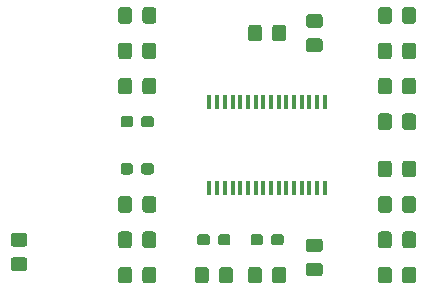
<source format=gtp>
G04 #@! TF.GenerationSoftware,KiCad,Pcbnew,(5.1.5)-3*
G04 #@! TF.CreationDate,2020-04-04T13:58:42+08:00*
G04 #@! TF.ProjectId,1194pre,31313934-7072-4652-9e6b-696361645f70,rev?*
G04 #@! TF.SameCoordinates,Original*
G04 #@! TF.FileFunction,Paste,Top*
G04 #@! TF.FilePolarity,Positive*
%FSLAX46Y46*%
G04 Gerber Fmt 4.6, Leading zero omitted, Abs format (unit mm)*
G04 Created by KiCad (PCBNEW (5.1.5)-3) date 2020-04-04 13:58:42*
%MOMM*%
%LPD*%
G04 APERTURE LIST*
%ADD10R,0.400000X1.200000*%
%ADD11C,0.100000*%
G04 APERTURE END LIST*
D10*
X134875000Y-85650000D03*
X134225000Y-85650000D03*
X133575000Y-85650000D03*
X132925000Y-85650000D03*
X132275000Y-85650000D03*
X131625000Y-85650000D03*
X130975000Y-85650000D03*
X130325000Y-85650000D03*
X129675000Y-85650000D03*
X129025000Y-85650000D03*
X128375000Y-85650000D03*
X127725000Y-85650000D03*
X127075000Y-85650000D03*
X126425000Y-85650000D03*
X125775000Y-85650000D03*
X125125000Y-85650000D03*
X125125000Y-78350000D03*
X125775000Y-78350000D03*
X126425000Y-78350000D03*
X127075000Y-78350000D03*
X127725000Y-78350000D03*
X128375000Y-78350000D03*
X129025000Y-78350000D03*
X129675000Y-78350000D03*
X130325000Y-78350000D03*
X130975000Y-78350000D03*
X131625000Y-78350000D03*
X132275000Y-78350000D03*
X132925000Y-78350000D03*
X133575000Y-78350000D03*
X134225000Y-78350000D03*
X134875000Y-78350000D03*
D11*
G36*
X109474505Y-91476204D02*
G01*
X109498773Y-91479804D01*
X109522572Y-91485765D01*
X109545671Y-91494030D01*
X109567850Y-91504520D01*
X109588893Y-91517132D01*
X109608599Y-91531747D01*
X109626777Y-91548223D01*
X109643253Y-91566401D01*
X109657868Y-91586107D01*
X109670480Y-91607150D01*
X109680970Y-91629329D01*
X109689235Y-91652428D01*
X109695196Y-91676227D01*
X109698796Y-91700495D01*
X109700000Y-91724999D01*
X109700000Y-92375001D01*
X109698796Y-92399505D01*
X109695196Y-92423773D01*
X109689235Y-92447572D01*
X109680970Y-92470671D01*
X109670480Y-92492850D01*
X109657868Y-92513893D01*
X109643253Y-92533599D01*
X109626777Y-92551777D01*
X109608599Y-92568253D01*
X109588893Y-92582868D01*
X109567850Y-92595480D01*
X109545671Y-92605970D01*
X109522572Y-92614235D01*
X109498773Y-92620196D01*
X109474505Y-92623796D01*
X109450001Y-92625000D01*
X108549999Y-92625000D01*
X108525495Y-92623796D01*
X108501227Y-92620196D01*
X108477428Y-92614235D01*
X108454329Y-92605970D01*
X108432150Y-92595480D01*
X108411107Y-92582868D01*
X108391401Y-92568253D01*
X108373223Y-92551777D01*
X108356747Y-92533599D01*
X108342132Y-92513893D01*
X108329520Y-92492850D01*
X108319030Y-92470671D01*
X108310765Y-92447572D01*
X108304804Y-92423773D01*
X108301204Y-92399505D01*
X108300000Y-92375001D01*
X108300000Y-91724999D01*
X108301204Y-91700495D01*
X108304804Y-91676227D01*
X108310765Y-91652428D01*
X108319030Y-91629329D01*
X108329520Y-91607150D01*
X108342132Y-91586107D01*
X108356747Y-91566401D01*
X108373223Y-91548223D01*
X108391401Y-91531747D01*
X108411107Y-91517132D01*
X108432150Y-91504520D01*
X108454329Y-91494030D01*
X108477428Y-91485765D01*
X108501227Y-91479804D01*
X108525495Y-91476204D01*
X108549999Y-91475000D01*
X109450001Y-91475000D01*
X109474505Y-91476204D01*
G37*
G36*
X109474505Y-89426204D02*
G01*
X109498773Y-89429804D01*
X109522572Y-89435765D01*
X109545671Y-89444030D01*
X109567850Y-89454520D01*
X109588893Y-89467132D01*
X109608599Y-89481747D01*
X109626777Y-89498223D01*
X109643253Y-89516401D01*
X109657868Y-89536107D01*
X109670480Y-89557150D01*
X109680970Y-89579329D01*
X109689235Y-89602428D01*
X109695196Y-89626227D01*
X109698796Y-89650495D01*
X109700000Y-89674999D01*
X109700000Y-90325001D01*
X109698796Y-90349505D01*
X109695196Y-90373773D01*
X109689235Y-90397572D01*
X109680970Y-90420671D01*
X109670480Y-90442850D01*
X109657868Y-90463893D01*
X109643253Y-90483599D01*
X109626777Y-90501777D01*
X109608599Y-90518253D01*
X109588893Y-90532868D01*
X109567850Y-90545480D01*
X109545671Y-90555970D01*
X109522572Y-90564235D01*
X109498773Y-90570196D01*
X109474505Y-90573796D01*
X109450001Y-90575000D01*
X108549999Y-90575000D01*
X108525495Y-90573796D01*
X108501227Y-90570196D01*
X108477428Y-90564235D01*
X108454329Y-90555970D01*
X108432150Y-90545480D01*
X108411107Y-90532868D01*
X108391401Y-90518253D01*
X108373223Y-90501777D01*
X108356747Y-90483599D01*
X108342132Y-90463893D01*
X108329520Y-90442850D01*
X108319030Y-90420671D01*
X108310765Y-90397572D01*
X108304804Y-90373773D01*
X108301204Y-90349505D01*
X108300000Y-90325001D01*
X108300000Y-89674999D01*
X108301204Y-89650495D01*
X108304804Y-89626227D01*
X108310765Y-89602428D01*
X108319030Y-89579329D01*
X108329520Y-89557150D01*
X108342132Y-89536107D01*
X108356747Y-89516401D01*
X108373223Y-89498223D01*
X108391401Y-89481747D01*
X108411107Y-89467132D01*
X108432150Y-89454520D01*
X108454329Y-89444030D01*
X108477428Y-89435765D01*
X108501227Y-89429804D01*
X108525495Y-89426204D01*
X108549999Y-89425000D01*
X109450001Y-89425000D01*
X109474505Y-89426204D01*
G37*
G36*
X118324505Y-92301204D02*
G01*
X118348773Y-92304804D01*
X118372572Y-92310765D01*
X118395671Y-92319030D01*
X118417850Y-92329520D01*
X118438893Y-92342132D01*
X118458599Y-92356747D01*
X118476777Y-92373223D01*
X118493253Y-92391401D01*
X118507868Y-92411107D01*
X118520480Y-92432150D01*
X118530970Y-92454329D01*
X118539235Y-92477428D01*
X118545196Y-92501227D01*
X118548796Y-92525495D01*
X118550000Y-92549999D01*
X118550000Y-93450001D01*
X118548796Y-93474505D01*
X118545196Y-93498773D01*
X118539235Y-93522572D01*
X118530970Y-93545671D01*
X118520480Y-93567850D01*
X118507868Y-93588893D01*
X118493253Y-93608599D01*
X118476777Y-93626777D01*
X118458599Y-93643253D01*
X118438893Y-93657868D01*
X118417850Y-93670480D01*
X118395671Y-93680970D01*
X118372572Y-93689235D01*
X118348773Y-93695196D01*
X118324505Y-93698796D01*
X118300001Y-93700000D01*
X117649999Y-93700000D01*
X117625495Y-93698796D01*
X117601227Y-93695196D01*
X117577428Y-93689235D01*
X117554329Y-93680970D01*
X117532150Y-93670480D01*
X117511107Y-93657868D01*
X117491401Y-93643253D01*
X117473223Y-93626777D01*
X117456747Y-93608599D01*
X117442132Y-93588893D01*
X117429520Y-93567850D01*
X117419030Y-93545671D01*
X117410765Y-93522572D01*
X117404804Y-93498773D01*
X117401204Y-93474505D01*
X117400000Y-93450001D01*
X117400000Y-92549999D01*
X117401204Y-92525495D01*
X117404804Y-92501227D01*
X117410765Y-92477428D01*
X117419030Y-92454329D01*
X117429520Y-92432150D01*
X117442132Y-92411107D01*
X117456747Y-92391401D01*
X117473223Y-92373223D01*
X117491401Y-92356747D01*
X117511107Y-92342132D01*
X117532150Y-92329520D01*
X117554329Y-92319030D01*
X117577428Y-92310765D01*
X117601227Y-92304804D01*
X117625495Y-92301204D01*
X117649999Y-92300000D01*
X118300001Y-92300000D01*
X118324505Y-92301204D01*
G37*
G36*
X120374505Y-92301204D02*
G01*
X120398773Y-92304804D01*
X120422572Y-92310765D01*
X120445671Y-92319030D01*
X120467850Y-92329520D01*
X120488893Y-92342132D01*
X120508599Y-92356747D01*
X120526777Y-92373223D01*
X120543253Y-92391401D01*
X120557868Y-92411107D01*
X120570480Y-92432150D01*
X120580970Y-92454329D01*
X120589235Y-92477428D01*
X120595196Y-92501227D01*
X120598796Y-92525495D01*
X120600000Y-92549999D01*
X120600000Y-93450001D01*
X120598796Y-93474505D01*
X120595196Y-93498773D01*
X120589235Y-93522572D01*
X120580970Y-93545671D01*
X120570480Y-93567850D01*
X120557868Y-93588893D01*
X120543253Y-93608599D01*
X120526777Y-93626777D01*
X120508599Y-93643253D01*
X120488893Y-93657868D01*
X120467850Y-93670480D01*
X120445671Y-93680970D01*
X120422572Y-93689235D01*
X120398773Y-93695196D01*
X120374505Y-93698796D01*
X120350001Y-93700000D01*
X119699999Y-93700000D01*
X119675495Y-93698796D01*
X119651227Y-93695196D01*
X119627428Y-93689235D01*
X119604329Y-93680970D01*
X119582150Y-93670480D01*
X119561107Y-93657868D01*
X119541401Y-93643253D01*
X119523223Y-93626777D01*
X119506747Y-93608599D01*
X119492132Y-93588893D01*
X119479520Y-93567850D01*
X119469030Y-93545671D01*
X119460765Y-93522572D01*
X119454804Y-93498773D01*
X119451204Y-93474505D01*
X119450000Y-93450001D01*
X119450000Y-92549999D01*
X119451204Y-92525495D01*
X119454804Y-92501227D01*
X119460765Y-92477428D01*
X119469030Y-92454329D01*
X119479520Y-92432150D01*
X119492132Y-92411107D01*
X119506747Y-92391401D01*
X119523223Y-92373223D01*
X119541401Y-92356747D01*
X119561107Y-92342132D01*
X119582150Y-92329520D01*
X119604329Y-92319030D01*
X119627428Y-92310765D01*
X119651227Y-92304804D01*
X119675495Y-92301204D01*
X119699999Y-92300000D01*
X120350001Y-92300000D01*
X120374505Y-92301204D01*
G37*
G36*
X120374505Y-70301204D02*
G01*
X120398773Y-70304804D01*
X120422572Y-70310765D01*
X120445671Y-70319030D01*
X120467850Y-70329520D01*
X120488893Y-70342132D01*
X120508599Y-70356747D01*
X120526777Y-70373223D01*
X120543253Y-70391401D01*
X120557868Y-70411107D01*
X120570480Y-70432150D01*
X120580970Y-70454329D01*
X120589235Y-70477428D01*
X120595196Y-70501227D01*
X120598796Y-70525495D01*
X120600000Y-70549999D01*
X120600000Y-71450001D01*
X120598796Y-71474505D01*
X120595196Y-71498773D01*
X120589235Y-71522572D01*
X120580970Y-71545671D01*
X120570480Y-71567850D01*
X120557868Y-71588893D01*
X120543253Y-71608599D01*
X120526777Y-71626777D01*
X120508599Y-71643253D01*
X120488893Y-71657868D01*
X120467850Y-71670480D01*
X120445671Y-71680970D01*
X120422572Y-71689235D01*
X120398773Y-71695196D01*
X120374505Y-71698796D01*
X120350001Y-71700000D01*
X119699999Y-71700000D01*
X119675495Y-71698796D01*
X119651227Y-71695196D01*
X119627428Y-71689235D01*
X119604329Y-71680970D01*
X119582150Y-71670480D01*
X119561107Y-71657868D01*
X119541401Y-71643253D01*
X119523223Y-71626777D01*
X119506747Y-71608599D01*
X119492132Y-71588893D01*
X119479520Y-71567850D01*
X119469030Y-71545671D01*
X119460765Y-71522572D01*
X119454804Y-71498773D01*
X119451204Y-71474505D01*
X119450000Y-71450001D01*
X119450000Y-70549999D01*
X119451204Y-70525495D01*
X119454804Y-70501227D01*
X119460765Y-70477428D01*
X119469030Y-70454329D01*
X119479520Y-70432150D01*
X119492132Y-70411107D01*
X119506747Y-70391401D01*
X119523223Y-70373223D01*
X119541401Y-70356747D01*
X119561107Y-70342132D01*
X119582150Y-70329520D01*
X119604329Y-70319030D01*
X119627428Y-70310765D01*
X119651227Y-70304804D01*
X119675495Y-70301204D01*
X119699999Y-70300000D01*
X120350001Y-70300000D01*
X120374505Y-70301204D01*
G37*
G36*
X118324505Y-70301204D02*
G01*
X118348773Y-70304804D01*
X118372572Y-70310765D01*
X118395671Y-70319030D01*
X118417850Y-70329520D01*
X118438893Y-70342132D01*
X118458599Y-70356747D01*
X118476777Y-70373223D01*
X118493253Y-70391401D01*
X118507868Y-70411107D01*
X118520480Y-70432150D01*
X118530970Y-70454329D01*
X118539235Y-70477428D01*
X118545196Y-70501227D01*
X118548796Y-70525495D01*
X118550000Y-70549999D01*
X118550000Y-71450001D01*
X118548796Y-71474505D01*
X118545196Y-71498773D01*
X118539235Y-71522572D01*
X118530970Y-71545671D01*
X118520480Y-71567850D01*
X118507868Y-71588893D01*
X118493253Y-71608599D01*
X118476777Y-71626777D01*
X118458599Y-71643253D01*
X118438893Y-71657868D01*
X118417850Y-71670480D01*
X118395671Y-71680970D01*
X118372572Y-71689235D01*
X118348773Y-71695196D01*
X118324505Y-71698796D01*
X118300001Y-71700000D01*
X117649999Y-71700000D01*
X117625495Y-71698796D01*
X117601227Y-71695196D01*
X117577428Y-71689235D01*
X117554329Y-71680970D01*
X117532150Y-71670480D01*
X117511107Y-71657868D01*
X117491401Y-71643253D01*
X117473223Y-71626777D01*
X117456747Y-71608599D01*
X117442132Y-71588893D01*
X117429520Y-71567850D01*
X117419030Y-71545671D01*
X117410765Y-71522572D01*
X117404804Y-71498773D01*
X117401204Y-71474505D01*
X117400000Y-71450001D01*
X117400000Y-70549999D01*
X117401204Y-70525495D01*
X117404804Y-70501227D01*
X117410765Y-70477428D01*
X117419030Y-70454329D01*
X117429520Y-70432150D01*
X117442132Y-70411107D01*
X117456747Y-70391401D01*
X117473223Y-70373223D01*
X117491401Y-70356747D01*
X117511107Y-70342132D01*
X117532150Y-70329520D01*
X117554329Y-70319030D01*
X117577428Y-70310765D01*
X117601227Y-70304804D01*
X117625495Y-70301204D01*
X117649999Y-70300000D01*
X118300001Y-70300000D01*
X118324505Y-70301204D01*
G37*
G36*
X126685779Y-89526144D02*
G01*
X126708834Y-89529563D01*
X126731443Y-89535227D01*
X126753387Y-89543079D01*
X126774457Y-89553044D01*
X126794448Y-89565026D01*
X126813168Y-89578910D01*
X126830438Y-89594562D01*
X126846090Y-89611832D01*
X126859974Y-89630552D01*
X126871956Y-89650543D01*
X126881921Y-89671613D01*
X126889773Y-89693557D01*
X126895437Y-89716166D01*
X126898856Y-89739221D01*
X126900000Y-89762500D01*
X126900000Y-90237500D01*
X126898856Y-90260779D01*
X126895437Y-90283834D01*
X126889773Y-90306443D01*
X126881921Y-90328387D01*
X126871956Y-90349457D01*
X126859974Y-90369448D01*
X126846090Y-90388168D01*
X126830438Y-90405438D01*
X126813168Y-90421090D01*
X126794448Y-90434974D01*
X126774457Y-90446956D01*
X126753387Y-90456921D01*
X126731443Y-90464773D01*
X126708834Y-90470437D01*
X126685779Y-90473856D01*
X126662500Y-90475000D01*
X126087500Y-90475000D01*
X126064221Y-90473856D01*
X126041166Y-90470437D01*
X126018557Y-90464773D01*
X125996613Y-90456921D01*
X125975543Y-90446956D01*
X125955552Y-90434974D01*
X125936832Y-90421090D01*
X125919562Y-90405438D01*
X125903910Y-90388168D01*
X125890026Y-90369448D01*
X125878044Y-90349457D01*
X125868079Y-90328387D01*
X125860227Y-90306443D01*
X125854563Y-90283834D01*
X125851144Y-90260779D01*
X125850000Y-90237500D01*
X125850000Y-89762500D01*
X125851144Y-89739221D01*
X125854563Y-89716166D01*
X125860227Y-89693557D01*
X125868079Y-89671613D01*
X125878044Y-89650543D01*
X125890026Y-89630552D01*
X125903910Y-89611832D01*
X125919562Y-89594562D01*
X125936832Y-89578910D01*
X125955552Y-89565026D01*
X125975543Y-89553044D01*
X125996613Y-89543079D01*
X126018557Y-89535227D01*
X126041166Y-89529563D01*
X126064221Y-89526144D01*
X126087500Y-89525000D01*
X126662500Y-89525000D01*
X126685779Y-89526144D01*
G37*
G36*
X124935779Y-89526144D02*
G01*
X124958834Y-89529563D01*
X124981443Y-89535227D01*
X125003387Y-89543079D01*
X125024457Y-89553044D01*
X125044448Y-89565026D01*
X125063168Y-89578910D01*
X125080438Y-89594562D01*
X125096090Y-89611832D01*
X125109974Y-89630552D01*
X125121956Y-89650543D01*
X125131921Y-89671613D01*
X125139773Y-89693557D01*
X125145437Y-89716166D01*
X125148856Y-89739221D01*
X125150000Y-89762500D01*
X125150000Y-90237500D01*
X125148856Y-90260779D01*
X125145437Y-90283834D01*
X125139773Y-90306443D01*
X125131921Y-90328387D01*
X125121956Y-90349457D01*
X125109974Y-90369448D01*
X125096090Y-90388168D01*
X125080438Y-90405438D01*
X125063168Y-90421090D01*
X125044448Y-90434974D01*
X125024457Y-90446956D01*
X125003387Y-90456921D01*
X124981443Y-90464773D01*
X124958834Y-90470437D01*
X124935779Y-90473856D01*
X124912500Y-90475000D01*
X124337500Y-90475000D01*
X124314221Y-90473856D01*
X124291166Y-90470437D01*
X124268557Y-90464773D01*
X124246613Y-90456921D01*
X124225543Y-90446956D01*
X124205552Y-90434974D01*
X124186832Y-90421090D01*
X124169562Y-90405438D01*
X124153910Y-90388168D01*
X124140026Y-90369448D01*
X124128044Y-90349457D01*
X124118079Y-90328387D01*
X124110227Y-90306443D01*
X124104563Y-90283834D01*
X124101144Y-90260779D01*
X124100000Y-90237500D01*
X124100000Y-89762500D01*
X124101144Y-89739221D01*
X124104563Y-89716166D01*
X124110227Y-89693557D01*
X124118079Y-89671613D01*
X124128044Y-89650543D01*
X124140026Y-89630552D01*
X124153910Y-89611832D01*
X124169562Y-89594562D01*
X124186832Y-89578910D01*
X124205552Y-89565026D01*
X124225543Y-89553044D01*
X124246613Y-89543079D01*
X124268557Y-89535227D01*
X124291166Y-89529563D01*
X124314221Y-89526144D01*
X124337500Y-89525000D01*
X124912500Y-89525000D01*
X124935779Y-89526144D01*
G37*
G36*
X126874505Y-92301204D02*
G01*
X126898773Y-92304804D01*
X126922572Y-92310765D01*
X126945671Y-92319030D01*
X126967850Y-92329520D01*
X126988893Y-92342132D01*
X127008599Y-92356747D01*
X127026777Y-92373223D01*
X127043253Y-92391401D01*
X127057868Y-92411107D01*
X127070480Y-92432150D01*
X127080970Y-92454329D01*
X127089235Y-92477428D01*
X127095196Y-92501227D01*
X127098796Y-92525495D01*
X127100000Y-92549999D01*
X127100000Y-93450001D01*
X127098796Y-93474505D01*
X127095196Y-93498773D01*
X127089235Y-93522572D01*
X127080970Y-93545671D01*
X127070480Y-93567850D01*
X127057868Y-93588893D01*
X127043253Y-93608599D01*
X127026777Y-93626777D01*
X127008599Y-93643253D01*
X126988893Y-93657868D01*
X126967850Y-93670480D01*
X126945671Y-93680970D01*
X126922572Y-93689235D01*
X126898773Y-93695196D01*
X126874505Y-93698796D01*
X126850001Y-93700000D01*
X126199999Y-93700000D01*
X126175495Y-93698796D01*
X126151227Y-93695196D01*
X126127428Y-93689235D01*
X126104329Y-93680970D01*
X126082150Y-93670480D01*
X126061107Y-93657868D01*
X126041401Y-93643253D01*
X126023223Y-93626777D01*
X126006747Y-93608599D01*
X125992132Y-93588893D01*
X125979520Y-93567850D01*
X125969030Y-93545671D01*
X125960765Y-93522572D01*
X125954804Y-93498773D01*
X125951204Y-93474505D01*
X125950000Y-93450001D01*
X125950000Y-92549999D01*
X125951204Y-92525495D01*
X125954804Y-92501227D01*
X125960765Y-92477428D01*
X125969030Y-92454329D01*
X125979520Y-92432150D01*
X125992132Y-92411107D01*
X126006747Y-92391401D01*
X126023223Y-92373223D01*
X126041401Y-92356747D01*
X126061107Y-92342132D01*
X126082150Y-92329520D01*
X126104329Y-92319030D01*
X126127428Y-92310765D01*
X126151227Y-92304804D01*
X126175495Y-92301204D01*
X126199999Y-92300000D01*
X126850001Y-92300000D01*
X126874505Y-92301204D01*
G37*
G36*
X124824505Y-92301204D02*
G01*
X124848773Y-92304804D01*
X124872572Y-92310765D01*
X124895671Y-92319030D01*
X124917850Y-92329520D01*
X124938893Y-92342132D01*
X124958599Y-92356747D01*
X124976777Y-92373223D01*
X124993253Y-92391401D01*
X125007868Y-92411107D01*
X125020480Y-92432150D01*
X125030970Y-92454329D01*
X125039235Y-92477428D01*
X125045196Y-92501227D01*
X125048796Y-92525495D01*
X125050000Y-92549999D01*
X125050000Y-93450001D01*
X125048796Y-93474505D01*
X125045196Y-93498773D01*
X125039235Y-93522572D01*
X125030970Y-93545671D01*
X125020480Y-93567850D01*
X125007868Y-93588893D01*
X124993253Y-93608599D01*
X124976777Y-93626777D01*
X124958599Y-93643253D01*
X124938893Y-93657868D01*
X124917850Y-93670480D01*
X124895671Y-93680970D01*
X124872572Y-93689235D01*
X124848773Y-93695196D01*
X124824505Y-93698796D01*
X124800001Y-93700000D01*
X124149999Y-93700000D01*
X124125495Y-93698796D01*
X124101227Y-93695196D01*
X124077428Y-93689235D01*
X124054329Y-93680970D01*
X124032150Y-93670480D01*
X124011107Y-93657868D01*
X123991401Y-93643253D01*
X123973223Y-93626777D01*
X123956747Y-93608599D01*
X123942132Y-93588893D01*
X123929520Y-93567850D01*
X123919030Y-93545671D01*
X123910765Y-93522572D01*
X123904804Y-93498773D01*
X123901204Y-93474505D01*
X123900000Y-93450001D01*
X123900000Y-92549999D01*
X123901204Y-92525495D01*
X123904804Y-92501227D01*
X123910765Y-92477428D01*
X123919030Y-92454329D01*
X123929520Y-92432150D01*
X123942132Y-92411107D01*
X123956747Y-92391401D01*
X123973223Y-92373223D01*
X123991401Y-92356747D01*
X124011107Y-92342132D01*
X124032150Y-92329520D01*
X124054329Y-92319030D01*
X124077428Y-92310765D01*
X124101227Y-92304804D01*
X124125495Y-92301204D01*
X124149999Y-92300000D01*
X124800001Y-92300000D01*
X124824505Y-92301204D01*
G37*
G36*
X131185779Y-89526144D02*
G01*
X131208834Y-89529563D01*
X131231443Y-89535227D01*
X131253387Y-89543079D01*
X131274457Y-89553044D01*
X131294448Y-89565026D01*
X131313168Y-89578910D01*
X131330438Y-89594562D01*
X131346090Y-89611832D01*
X131359974Y-89630552D01*
X131371956Y-89650543D01*
X131381921Y-89671613D01*
X131389773Y-89693557D01*
X131395437Y-89716166D01*
X131398856Y-89739221D01*
X131400000Y-89762500D01*
X131400000Y-90237500D01*
X131398856Y-90260779D01*
X131395437Y-90283834D01*
X131389773Y-90306443D01*
X131381921Y-90328387D01*
X131371956Y-90349457D01*
X131359974Y-90369448D01*
X131346090Y-90388168D01*
X131330438Y-90405438D01*
X131313168Y-90421090D01*
X131294448Y-90434974D01*
X131274457Y-90446956D01*
X131253387Y-90456921D01*
X131231443Y-90464773D01*
X131208834Y-90470437D01*
X131185779Y-90473856D01*
X131162500Y-90475000D01*
X130587500Y-90475000D01*
X130564221Y-90473856D01*
X130541166Y-90470437D01*
X130518557Y-90464773D01*
X130496613Y-90456921D01*
X130475543Y-90446956D01*
X130455552Y-90434974D01*
X130436832Y-90421090D01*
X130419562Y-90405438D01*
X130403910Y-90388168D01*
X130390026Y-90369448D01*
X130378044Y-90349457D01*
X130368079Y-90328387D01*
X130360227Y-90306443D01*
X130354563Y-90283834D01*
X130351144Y-90260779D01*
X130350000Y-90237500D01*
X130350000Y-89762500D01*
X130351144Y-89739221D01*
X130354563Y-89716166D01*
X130360227Y-89693557D01*
X130368079Y-89671613D01*
X130378044Y-89650543D01*
X130390026Y-89630552D01*
X130403910Y-89611832D01*
X130419562Y-89594562D01*
X130436832Y-89578910D01*
X130455552Y-89565026D01*
X130475543Y-89553044D01*
X130496613Y-89543079D01*
X130518557Y-89535227D01*
X130541166Y-89529563D01*
X130564221Y-89526144D01*
X130587500Y-89525000D01*
X131162500Y-89525000D01*
X131185779Y-89526144D01*
G37*
G36*
X129435779Y-89526144D02*
G01*
X129458834Y-89529563D01*
X129481443Y-89535227D01*
X129503387Y-89543079D01*
X129524457Y-89553044D01*
X129544448Y-89565026D01*
X129563168Y-89578910D01*
X129580438Y-89594562D01*
X129596090Y-89611832D01*
X129609974Y-89630552D01*
X129621956Y-89650543D01*
X129631921Y-89671613D01*
X129639773Y-89693557D01*
X129645437Y-89716166D01*
X129648856Y-89739221D01*
X129650000Y-89762500D01*
X129650000Y-90237500D01*
X129648856Y-90260779D01*
X129645437Y-90283834D01*
X129639773Y-90306443D01*
X129631921Y-90328387D01*
X129621956Y-90349457D01*
X129609974Y-90369448D01*
X129596090Y-90388168D01*
X129580438Y-90405438D01*
X129563168Y-90421090D01*
X129544448Y-90434974D01*
X129524457Y-90446956D01*
X129503387Y-90456921D01*
X129481443Y-90464773D01*
X129458834Y-90470437D01*
X129435779Y-90473856D01*
X129412500Y-90475000D01*
X128837500Y-90475000D01*
X128814221Y-90473856D01*
X128791166Y-90470437D01*
X128768557Y-90464773D01*
X128746613Y-90456921D01*
X128725543Y-90446956D01*
X128705552Y-90434974D01*
X128686832Y-90421090D01*
X128669562Y-90405438D01*
X128653910Y-90388168D01*
X128640026Y-90369448D01*
X128628044Y-90349457D01*
X128618079Y-90328387D01*
X128610227Y-90306443D01*
X128604563Y-90283834D01*
X128601144Y-90260779D01*
X128600000Y-90237500D01*
X128600000Y-89762500D01*
X128601144Y-89739221D01*
X128604563Y-89716166D01*
X128610227Y-89693557D01*
X128618079Y-89671613D01*
X128628044Y-89650543D01*
X128640026Y-89630552D01*
X128653910Y-89611832D01*
X128669562Y-89594562D01*
X128686832Y-89578910D01*
X128705552Y-89565026D01*
X128725543Y-89553044D01*
X128746613Y-89543079D01*
X128768557Y-89535227D01*
X128791166Y-89529563D01*
X128814221Y-89526144D01*
X128837500Y-89525000D01*
X129412500Y-89525000D01*
X129435779Y-89526144D01*
G37*
G36*
X131374505Y-92301204D02*
G01*
X131398773Y-92304804D01*
X131422572Y-92310765D01*
X131445671Y-92319030D01*
X131467850Y-92329520D01*
X131488893Y-92342132D01*
X131508599Y-92356747D01*
X131526777Y-92373223D01*
X131543253Y-92391401D01*
X131557868Y-92411107D01*
X131570480Y-92432150D01*
X131580970Y-92454329D01*
X131589235Y-92477428D01*
X131595196Y-92501227D01*
X131598796Y-92525495D01*
X131600000Y-92549999D01*
X131600000Y-93450001D01*
X131598796Y-93474505D01*
X131595196Y-93498773D01*
X131589235Y-93522572D01*
X131580970Y-93545671D01*
X131570480Y-93567850D01*
X131557868Y-93588893D01*
X131543253Y-93608599D01*
X131526777Y-93626777D01*
X131508599Y-93643253D01*
X131488893Y-93657868D01*
X131467850Y-93670480D01*
X131445671Y-93680970D01*
X131422572Y-93689235D01*
X131398773Y-93695196D01*
X131374505Y-93698796D01*
X131350001Y-93700000D01*
X130699999Y-93700000D01*
X130675495Y-93698796D01*
X130651227Y-93695196D01*
X130627428Y-93689235D01*
X130604329Y-93680970D01*
X130582150Y-93670480D01*
X130561107Y-93657868D01*
X130541401Y-93643253D01*
X130523223Y-93626777D01*
X130506747Y-93608599D01*
X130492132Y-93588893D01*
X130479520Y-93567850D01*
X130469030Y-93545671D01*
X130460765Y-93522572D01*
X130454804Y-93498773D01*
X130451204Y-93474505D01*
X130450000Y-93450001D01*
X130450000Y-92549999D01*
X130451204Y-92525495D01*
X130454804Y-92501227D01*
X130460765Y-92477428D01*
X130469030Y-92454329D01*
X130479520Y-92432150D01*
X130492132Y-92411107D01*
X130506747Y-92391401D01*
X130523223Y-92373223D01*
X130541401Y-92356747D01*
X130561107Y-92342132D01*
X130582150Y-92329520D01*
X130604329Y-92319030D01*
X130627428Y-92310765D01*
X130651227Y-92304804D01*
X130675495Y-92301204D01*
X130699999Y-92300000D01*
X131350001Y-92300000D01*
X131374505Y-92301204D01*
G37*
G36*
X129324505Y-92301204D02*
G01*
X129348773Y-92304804D01*
X129372572Y-92310765D01*
X129395671Y-92319030D01*
X129417850Y-92329520D01*
X129438893Y-92342132D01*
X129458599Y-92356747D01*
X129476777Y-92373223D01*
X129493253Y-92391401D01*
X129507868Y-92411107D01*
X129520480Y-92432150D01*
X129530970Y-92454329D01*
X129539235Y-92477428D01*
X129545196Y-92501227D01*
X129548796Y-92525495D01*
X129550000Y-92549999D01*
X129550000Y-93450001D01*
X129548796Y-93474505D01*
X129545196Y-93498773D01*
X129539235Y-93522572D01*
X129530970Y-93545671D01*
X129520480Y-93567850D01*
X129507868Y-93588893D01*
X129493253Y-93608599D01*
X129476777Y-93626777D01*
X129458599Y-93643253D01*
X129438893Y-93657868D01*
X129417850Y-93670480D01*
X129395671Y-93680970D01*
X129372572Y-93689235D01*
X129348773Y-93695196D01*
X129324505Y-93698796D01*
X129300001Y-93700000D01*
X128649999Y-93700000D01*
X128625495Y-93698796D01*
X128601227Y-93695196D01*
X128577428Y-93689235D01*
X128554329Y-93680970D01*
X128532150Y-93670480D01*
X128511107Y-93657868D01*
X128491401Y-93643253D01*
X128473223Y-93626777D01*
X128456747Y-93608599D01*
X128442132Y-93588893D01*
X128429520Y-93567850D01*
X128419030Y-93545671D01*
X128410765Y-93522572D01*
X128404804Y-93498773D01*
X128401204Y-93474505D01*
X128400000Y-93450001D01*
X128400000Y-92549999D01*
X128401204Y-92525495D01*
X128404804Y-92501227D01*
X128410765Y-92477428D01*
X128419030Y-92454329D01*
X128429520Y-92432150D01*
X128442132Y-92411107D01*
X128456747Y-92391401D01*
X128473223Y-92373223D01*
X128491401Y-92356747D01*
X128511107Y-92342132D01*
X128532150Y-92329520D01*
X128554329Y-92319030D01*
X128577428Y-92310765D01*
X128601227Y-92304804D01*
X128625495Y-92301204D01*
X128649999Y-92300000D01*
X129300001Y-92300000D01*
X129324505Y-92301204D01*
G37*
G36*
X120374505Y-86301204D02*
G01*
X120398773Y-86304804D01*
X120422572Y-86310765D01*
X120445671Y-86319030D01*
X120467850Y-86329520D01*
X120488893Y-86342132D01*
X120508599Y-86356747D01*
X120526777Y-86373223D01*
X120543253Y-86391401D01*
X120557868Y-86411107D01*
X120570480Y-86432150D01*
X120580970Y-86454329D01*
X120589235Y-86477428D01*
X120595196Y-86501227D01*
X120598796Y-86525495D01*
X120600000Y-86549999D01*
X120600000Y-87450001D01*
X120598796Y-87474505D01*
X120595196Y-87498773D01*
X120589235Y-87522572D01*
X120580970Y-87545671D01*
X120570480Y-87567850D01*
X120557868Y-87588893D01*
X120543253Y-87608599D01*
X120526777Y-87626777D01*
X120508599Y-87643253D01*
X120488893Y-87657868D01*
X120467850Y-87670480D01*
X120445671Y-87680970D01*
X120422572Y-87689235D01*
X120398773Y-87695196D01*
X120374505Y-87698796D01*
X120350001Y-87700000D01*
X119699999Y-87700000D01*
X119675495Y-87698796D01*
X119651227Y-87695196D01*
X119627428Y-87689235D01*
X119604329Y-87680970D01*
X119582150Y-87670480D01*
X119561107Y-87657868D01*
X119541401Y-87643253D01*
X119523223Y-87626777D01*
X119506747Y-87608599D01*
X119492132Y-87588893D01*
X119479520Y-87567850D01*
X119469030Y-87545671D01*
X119460765Y-87522572D01*
X119454804Y-87498773D01*
X119451204Y-87474505D01*
X119450000Y-87450001D01*
X119450000Y-86549999D01*
X119451204Y-86525495D01*
X119454804Y-86501227D01*
X119460765Y-86477428D01*
X119469030Y-86454329D01*
X119479520Y-86432150D01*
X119492132Y-86411107D01*
X119506747Y-86391401D01*
X119523223Y-86373223D01*
X119541401Y-86356747D01*
X119561107Y-86342132D01*
X119582150Y-86329520D01*
X119604329Y-86319030D01*
X119627428Y-86310765D01*
X119651227Y-86304804D01*
X119675495Y-86301204D01*
X119699999Y-86300000D01*
X120350001Y-86300000D01*
X120374505Y-86301204D01*
G37*
G36*
X118324505Y-86301204D02*
G01*
X118348773Y-86304804D01*
X118372572Y-86310765D01*
X118395671Y-86319030D01*
X118417850Y-86329520D01*
X118438893Y-86342132D01*
X118458599Y-86356747D01*
X118476777Y-86373223D01*
X118493253Y-86391401D01*
X118507868Y-86411107D01*
X118520480Y-86432150D01*
X118530970Y-86454329D01*
X118539235Y-86477428D01*
X118545196Y-86501227D01*
X118548796Y-86525495D01*
X118550000Y-86549999D01*
X118550000Y-87450001D01*
X118548796Y-87474505D01*
X118545196Y-87498773D01*
X118539235Y-87522572D01*
X118530970Y-87545671D01*
X118520480Y-87567850D01*
X118507868Y-87588893D01*
X118493253Y-87608599D01*
X118476777Y-87626777D01*
X118458599Y-87643253D01*
X118438893Y-87657868D01*
X118417850Y-87670480D01*
X118395671Y-87680970D01*
X118372572Y-87689235D01*
X118348773Y-87695196D01*
X118324505Y-87698796D01*
X118300001Y-87700000D01*
X117649999Y-87700000D01*
X117625495Y-87698796D01*
X117601227Y-87695196D01*
X117577428Y-87689235D01*
X117554329Y-87680970D01*
X117532150Y-87670480D01*
X117511107Y-87657868D01*
X117491401Y-87643253D01*
X117473223Y-87626777D01*
X117456747Y-87608599D01*
X117442132Y-87588893D01*
X117429520Y-87567850D01*
X117419030Y-87545671D01*
X117410765Y-87522572D01*
X117404804Y-87498773D01*
X117401204Y-87474505D01*
X117400000Y-87450001D01*
X117400000Y-86549999D01*
X117401204Y-86525495D01*
X117404804Y-86501227D01*
X117410765Y-86477428D01*
X117419030Y-86454329D01*
X117429520Y-86432150D01*
X117442132Y-86411107D01*
X117456747Y-86391401D01*
X117473223Y-86373223D01*
X117491401Y-86356747D01*
X117511107Y-86342132D01*
X117532150Y-86329520D01*
X117554329Y-86319030D01*
X117577428Y-86310765D01*
X117601227Y-86304804D01*
X117625495Y-86301204D01*
X117649999Y-86300000D01*
X118300001Y-86300000D01*
X118324505Y-86301204D01*
G37*
G36*
X118324505Y-76301204D02*
G01*
X118348773Y-76304804D01*
X118372572Y-76310765D01*
X118395671Y-76319030D01*
X118417850Y-76329520D01*
X118438893Y-76342132D01*
X118458599Y-76356747D01*
X118476777Y-76373223D01*
X118493253Y-76391401D01*
X118507868Y-76411107D01*
X118520480Y-76432150D01*
X118530970Y-76454329D01*
X118539235Y-76477428D01*
X118545196Y-76501227D01*
X118548796Y-76525495D01*
X118550000Y-76549999D01*
X118550000Y-77450001D01*
X118548796Y-77474505D01*
X118545196Y-77498773D01*
X118539235Y-77522572D01*
X118530970Y-77545671D01*
X118520480Y-77567850D01*
X118507868Y-77588893D01*
X118493253Y-77608599D01*
X118476777Y-77626777D01*
X118458599Y-77643253D01*
X118438893Y-77657868D01*
X118417850Y-77670480D01*
X118395671Y-77680970D01*
X118372572Y-77689235D01*
X118348773Y-77695196D01*
X118324505Y-77698796D01*
X118300001Y-77700000D01*
X117649999Y-77700000D01*
X117625495Y-77698796D01*
X117601227Y-77695196D01*
X117577428Y-77689235D01*
X117554329Y-77680970D01*
X117532150Y-77670480D01*
X117511107Y-77657868D01*
X117491401Y-77643253D01*
X117473223Y-77626777D01*
X117456747Y-77608599D01*
X117442132Y-77588893D01*
X117429520Y-77567850D01*
X117419030Y-77545671D01*
X117410765Y-77522572D01*
X117404804Y-77498773D01*
X117401204Y-77474505D01*
X117400000Y-77450001D01*
X117400000Y-76549999D01*
X117401204Y-76525495D01*
X117404804Y-76501227D01*
X117410765Y-76477428D01*
X117419030Y-76454329D01*
X117429520Y-76432150D01*
X117442132Y-76411107D01*
X117456747Y-76391401D01*
X117473223Y-76373223D01*
X117491401Y-76356747D01*
X117511107Y-76342132D01*
X117532150Y-76329520D01*
X117554329Y-76319030D01*
X117577428Y-76310765D01*
X117601227Y-76304804D01*
X117625495Y-76301204D01*
X117649999Y-76300000D01*
X118300001Y-76300000D01*
X118324505Y-76301204D01*
G37*
G36*
X120374505Y-76301204D02*
G01*
X120398773Y-76304804D01*
X120422572Y-76310765D01*
X120445671Y-76319030D01*
X120467850Y-76329520D01*
X120488893Y-76342132D01*
X120508599Y-76356747D01*
X120526777Y-76373223D01*
X120543253Y-76391401D01*
X120557868Y-76411107D01*
X120570480Y-76432150D01*
X120580970Y-76454329D01*
X120589235Y-76477428D01*
X120595196Y-76501227D01*
X120598796Y-76525495D01*
X120600000Y-76549999D01*
X120600000Y-77450001D01*
X120598796Y-77474505D01*
X120595196Y-77498773D01*
X120589235Y-77522572D01*
X120580970Y-77545671D01*
X120570480Y-77567850D01*
X120557868Y-77588893D01*
X120543253Y-77608599D01*
X120526777Y-77626777D01*
X120508599Y-77643253D01*
X120488893Y-77657868D01*
X120467850Y-77670480D01*
X120445671Y-77680970D01*
X120422572Y-77689235D01*
X120398773Y-77695196D01*
X120374505Y-77698796D01*
X120350001Y-77700000D01*
X119699999Y-77700000D01*
X119675495Y-77698796D01*
X119651227Y-77695196D01*
X119627428Y-77689235D01*
X119604329Y-77680970D01*
X119582150Y-77670480D01*
X119561107Y-77657868D01*
X119541401Y-77643253D01*
X119523223Y-77626777D01*
X119506747Y-77608599D01*
X119492132Y-77588893D01*
X119479520Y-77567850D01*
X119469030Y-77545671D01*
X119460765Y-77522572D01*
X119454804Y-77498773D01*
X119451204Y-77474505D01*
X119450000Y-77450001D01*
X119450000Y-76549999D01*
X119451204Y-76525495D01*
X119454804Y-76501227D01*
X119460765Y-76477428D01*
X119469030Y-76454329D01*
X119479520Y-76432150D01*
X119492132Y-76411107D01*
X119506747Y-76391401D01*
X119523223Y-76373223D01*
X119541401Y-76356747D01*
X119561107Y-76342132D01*
X119582150Y-76329520D01*
X119604329Y-76319030D01*
X119627428Y-76310765D01*
X119651227Y-76304804D01*
X119675495Y-76301204D01*
X119699999Y-76300000D01*
X120350001Y-76300000D01*
X120374505Y-76301204D01*
G37*
G36*
X120185779Y-83526144D02*
G01*
X120208834Y-83529563D01*
X120231443Y-83535227D01*
X120253387Y-83543079D01*
X120274457Y-83553044D01*
X120294448Y-83565026D01*
X120313168Y-83578910D01*
X120330438Y-83594562D01*
X120346090Y-83611832D01*
X120359974Y-83630552D01*
X120371956Y-83650543D01*
X120381921Y-83671613D01*
X120389773Y-83693557D01*
X120395437Y-83716166D01*
X120398856Y-83739221D01*
X120400000Y-83762500D01*
X120400000Y-84237500D01*
X120398856Y-84260779D01*
X120395437Y-84283834D01*
X120389773Y-84306443D01*
X120381921Y-84328387D01*
X120371956Y-84349457D01*
X120359974Y-84369448D01*
X120346090Y-84388168D01*
X120330438Y-84405438D01*
X120313168Y-84421090D01*
X120294448Y-84434974D01*
X120274457Y-84446956D01*
X120253387Y-84456921D01*
X120231443Y-84464773D01*
X120208834Y-84470437D01*
X120185779Y-84473856D01*
X120162500Y-84475000D01*
X119587500Y-84475000D01*
X119564221Y-84473856D01*
X119541166Y-84470437D01*
X119518557Y-84464773D01*
X119496613Y-84456921D01*
X119475543Y-84446956D01*
X119455552Y-84434974D01*
X119436832Y-84421090D01*
X119419562Y-84405438D01*
X119403910Y-84388168D01*
X119390026Y-84369448D01*
X119378044Y-84349457D01*
X119368079Y-84328387D01*
X119360227Y-84306443D01*
X119354563Y-84283834D01*
X119351144Y-84260779D01*
X119350000Y-84237500D01*
X119350000Y-83762500D01*
X119351144Y-83739221D01*
X119354563Y-83716166D01*
X119360227Y-83693557D01*
X119368079Y-83671613D01*
X119378044Y-83650543D01*
X119390026Y-83630552D01*
X119403910Y-83611832D01*
X119419562Y-83594562D01*
X119436832Y-83578910D01*
X119455552Y-83565026D01*
X119475543Y-83553044D01*
X119496613Y-83543079D01*
X119518557Y-83535227D01*
X119541166Y-83529563D01*
X119564221Y-83526144D01*
X119587500Y-83525000D01*
X120162500Y-83525000D01*
X120185779Y-83526144D01*
G37*
G36*
X118435779Y-83526144D02*
G01*
X118458834Y-83529563D01*
X118481443Y-83535227D01*
X118503387Y-83543079D01*
X118524457Y-83553044D01*
X118544448Y-83565026D01*
X118563168Y-83578910D01*
X118580438Y-83594562D01*
X118596090Y-83611832D01*
X118609974Y-83630552D01*
X118621956Y-83650543D01*
X118631921Y-83671613D01*
X118639773Y-83693557D01*
X118645437Y-83716166D01*
X118648856Y-83739221D01*
X118650000Y-83762500D01*
X118650000Y-84237500D01*
X118648856Y-84260779D01*
X118645437Y-84283834D01*
X118639773Y-84306443D01*
X118631921Y-84328387D01*
X118621956Y-84349457D01*
X118609974Y-84369448D01*
X118596090Y-84388168D01*
X118580438Y-84405438D01*
X118563168Y-84421090D01*
X118544448Y-84434974D01*
X118524457Y-84446956D01*
X118503387Y-84456921D01*
X118481443Y-84464773D01*
X118458834Y-84470437D01*
X118435779Y-84473856D01*
X118412500Y-84475000D01*
X117837500Y-84475000D01*
X117814221Y-84473856D01*
X117791166Y-84470437D01*
X117768557Y-84464773D01*
X117746613Y-84456921D01*
X117725543Y-84446956D01*
X117705552Y-84434974D01*
X117686832Y-84421090D01*
X117669562Y-84405438D01*
X117653910Y-84388168D01*
X117640026Y-84369448D01*
X117628044Y-84349457D01*
X117618079Y-84328387D01*
X117610227Y-84306443D01*
X117604563Y-84283834D01*
X117601144Y-84260779D01*
X117600000Y-84237500D01*
X117600000Y-83762500D01*
X117601144Y-83739221D01*
X117604563Y-83716166D01*
X117610227Y-83693557D01*
X117618079Y-83671613D01*
X117628044Y-83650543D01*
X117640026Y-83630552D01*
X117653910Y-83611832D01*
X117669562Y-83594562D01*
X117686832Y-83578910D01*
X117705552Y-83565026D01*
X117725543Y-83553044D01*
X117746613Y-83543079D01*
X117768557Y-83535227D01*
X117791166Y-83529563D01*
X117814221Y-83526144D01*
X117837500Y-83525000D01*
X118412500Y-83525000D01*
X118435779Y-83526144D01*
G37*
G36*
X118435779Y-79526144D02*
G01*
X118458834Y-79529563D01*
X118481443Y-79535227D01*
X118503387Y-79543079D01*
X118524457Y-79553044D01*
X118544448Y-79565026D01*
X118563168Y-79578910D01*
X118580438Y-79594562D01*
X118596090Y-79611832D01*
X118609974Y-79630552D01*
X118621956Y-79650543D01*
X118631921Y-79671613D01*
X118639773Y-79693557D01*
X118645437Y-79716166D01*
X118648856Y-79739221D01*
X118650000Y-79762500D01*
X118650000Y-80237500D01*
X118648856Y-80260779D01*
X118645437Y-80283834D01*
X118639773Y-80306443D01*
X118631921Y-80328387D01*
X118621956Y-80349457D01*
X118609974Y-80369448D01*
X118596090Y-80388168D01*
X118580438Y-80405438D01*
X118563168Y-80421090D01*
X118544448Y-80434974D01*
X118524457Y-80446956D01*
X118503387Y-80456921D01*
X118481443Y-80464773D01*
X118458834Y-80470437D01*
X118435779Y-80473856D01*
X118412500Y-80475000D01*
X117837500Y-80475000D01*
X117814221Y-80473856D01*
X117791166Y-80470437D01*
X117768557Y-80464773D01*
X117746613Y-80456921D01*
X117725543Y-80446956D01*
X117705552Y-80434974D01*
X117686832Y-80421090D01*
X117669562Y-80405438D01*
X117653910Y-80388168D01*
X117640026Y-80369448D01*
X117628044Y-80349457D01*
X117618079Y-80328387D01*
X117610227Y-80306443D01*
X117604563Y-80283834D01*
X117601144Y-80260779D01*
X117600000Y-80237500D01*
X117600000Y-79762500D01*
X117601144Y-79739221D01*
X117604563Y-79716166D01*
X117610227Y-79693557D01*
X117618079Y-79671613D01*
X117628044Y-79650543D01*
X117640026Y-79630552D01*
X117653910Y-79611832D01*
X117669562Y-79594562D01*
X117686832Y-79578910D01*
X117705552Y-79565026D01*
X117725543Y-79553044D01*
X117746613Y-79543079D01*
X117768557Y-79535227D01*
X117791166Y-79529563D01*
X117814221Y-79526144D01*
X117837500Y-79525000D01*
X118412500Y-79525000D01*
X118435779Y-79526144D01*
G37*
G36*
X120185779Y-79526144D02*
G01*
X120208834Y-79529563D01*
X120231443Y-79535227D01*
X120253387Y-79543079D01*
X120274457Y-79553044D01*
X120294448Y-79565026D01*
X120313168Y-79578910D01*
X120330438Y-79594562D01*
X120346090Y-79611832D01*
X120359974Y-79630552D01*
X120371956Y-79650543D01*
X120381921Y-79671613D01*
X120389773Y-79693557D01*
X120395437Y-79716166D01*
X120398856Y-79739221D01*
X120400000Y-79762500D01*
X120400000Y-80237500D01*
X120398856Y-80260779D01*
X120395437Y-80283834D01*
X120389773Y-80306443D01*
X120381921Y-80328387D01*
X120371956Y-80349457D01*
X120359974Y-80369448D01*
X120346090Y-80388168D01*
X120330438Y-80405438D01*
X120313168Y-80421090D01*
X120294448Y-80434974D01*
X120274457Y-80446956D01*
X120253387Y-80456921D01*
X120231443Y-80464773D01*
X120208834Y-80470437D01*
X120185779Y-80473856D01*
X120162500Y-80475000D01*
X119587500Y-80475000D01*
X119564221Y-80473856D01*
X119541166Y-80470437D01*
X119518557Y-80464773D01*
X119496613Y-80456921D01*
X119475543Y-80446956D01*
X119455552Y-80434974D01*
X119436832Y-80421090D01*
X119419562Y-80405438D01*
X119403910Y-80388168D01*
X119390026Y-80369448D01*
X119378044Y-80349457D01*
X119368079Y-80328387D01*
X119360227Y-80306443D01*
X119354563Y-80283834D01*
X119351144Y-80260779D01*
X119350000Y-80237500D01*
X119350000Y-79762500D01*
X119351144Y-79739221D01*
X119354563Y-79716166D01*
X119360227Y-79693557D01*
X119368079Y-79671613D01*
X119378044Y-79650543D01*
X119390026Y-79630552D01*
X119403910Y-79611832D01*
X119419562Y-79594562D01*
X119436832Y-79578910D01*
X119455552Y-79565026D01*
X119475543Y-79553044D01*
X119496613Y-79543079D01*
X119518557Y-79535227D01*
X119541166Y-79529563D01*
X119564221Y-79526144D01*
X119587500Y-79525000D01*
X120162500Y-79525000D01*
X120185779Y-79526144D01*
G37*
G36*
X120374505Y-89301204D02*
G01*
X120398773Y-89304804D01*
X120422572Y-89310765D01*
X120445671Y-89319030D01*
X120467850Y-89329520D01*
X120488893Y-89342132D01*
X120508599Y-89356747D01*
X120526777Y-89373223D01*
X120543253Y-89391401D01*
X120557868Y-89411107D01*
X120570480Y-89432150D01*
X120580970Y-89454329D01*
X120589235Y-89477428D01*
X120595196Y-89501227D01*
X120598796Y-89525495D01*
X120600000Y-89549999D01*
X120600000Y-90450001D01*
X120598796Y-90474505D01*
X120595196Y-90498773D01*
X120589235Y-90522572D01*
X120580970Y-90545671D01*
X120570480Y-90567850D01*
X120557868Y-90588893D01*
X120543253Y-90608599D01*
X120526777Y-90626777D01*
X120508599Y-90643253D01*
X120488893Y-90657868D01*
X120467850Y-90670480D01*
X120445671Y-90680970D01*
X120422572Y-90689235D01*
X120398773Y-90695196D01*
X120374505Y-90698796D01*
X120350001Y-90700000D01*
X119699999Y-90700000D01*
X119675495Y-90698796D01*
X119651227Y-90695196D01*
X119627428Y-90689235D01*
X119604329Y-90680970D01*
X119582150Y-90670480D01*
X119561107Y-90657868D01*
X119541401Y-90643253D01*
X119523223Y-90626777D01*
X119506747Y-90608599D01*
X119492132Y-90588893D01*
X119479520Y-90567850D01*
X119469030Y-90545671D01*
X119460765Y-90522572D01*
X119454804Y-90498773D01*
X119451204Y-90474505D01*
X119450000Y-90450001D01*
X119450000Y-89549999D01*
X119451204Y-89525495D01*
X119454804Y-89501227D01*
X119460765Y-89477428D01*
X119469030Y-89454329D01*
X119479520Y-89432150D01*
X119492132Y-89411107D01*
X119506747Y-89391401D01*
X119523223Y-89373223D01*
X119541401Y-89356747D01*
X119561107Y-89342132D01*
X119582150Y-89329520D01*
X119604329Y-89319030D01*
X119627428Y-89310765D01*
X119651227Y-89304804D01*
X119675495Y-89301204D01*
X119699999Y-89300000D01*
X120350001Y-89300000D01*
X120374505Y-89301204D01*
G37*
G36*
X118324505Y-89301204D02*
G01*
X118348773Y-89304804D01*
X118372572Y-89310765D01*
X118395671Y-89319030D01*
X118417850Y-89329520D01*
X118438893Y-89342132D01*
X118458599Y-89356747D01*
X118476777Y-89373223D01*
X118493253Y-89391401D01*
X118507868Y-89411107D01*
X118520480Y-89432150D01*
X118530970Y-89454329D01*
X118539235Y-89477428D01*
X118545196Y-89501227D01*
X118548796Y-89525495D01*
X118550000Y-89549999D01*
X118550000Y-90450001D01*
X118548796Y-90474505D01*
X118545196Y-90498773D01*
X118539235Y-90522572D01*
X118530970Y-90545671D01*
X118520480Y-90567850D01*
X118507868Y-90588893D01*
X118493253Y-90608599D01*
X118476777Y-90626777D01*
X118458599Y-90643253D01*
X118438893Y-90657868D01*
X118417850Y-90670480D01*
X118395671Y-90680970D01*
X118372572Y-90689235D01*
X118348773Y-90695196D01*
X118324505Y-90698796D01*
X118300001Y-90700000D01*
X117649999Y-90700000D01*
X117625495Y-90698796D01*
X117601227Y-90695196D01*
X117577428Y-90689235D01*
X117554329Y-90680970D01*
X117532150Y-90670480D01*
X117511107Y-90657868D01*
X117491401Y-90643253D01*
X117473223Y-90626777D01*
X117456747Y-90608599D01*
X117442132Y-90588893D01*
X117429520Y-90567850D01*
X117419030Y-90545671D01*
X117410765Y-90522572D01*
X117404804Y-90498773D01*
X117401204Y-90474505D01*
X117400000Y-90450001D01*
X117400000Y-89549999D01*
X117401204Y-89525495D01*
X117404804Y-89501227D01*
X117410765Y-89477428D01*
X117419030Y-89454329D01*
X117429520Y-89432150D01*
X117442132Y-89411107D01*
X117456747Y-89391401D01*
X117473223Y-89373223D01*
X117491401Y-89356747D01*
X117511107Y-89342132D01*
X117532150Y-89329520D01*
X117554329Y-89319030D01*
X117577428Y-89310765D01*
X117601227Y-89304804D01*
X117625495Y-89301204D01*
X117649999Y-89300000D01*
X118300001Y-89300000D01*
X118324505Y-89301204D01*
G37*
G36*
X118324505Y-73301204D02*
G01*
X118348773Y-73304804D01*
X118372572Y-73310765D01*
X118395671Y-73319030D01*
X118417850Y-73329520D01*
X118438893Y-73342132D01*
X118458599Y-73356747D01*
X118476777Y-73373223D01*
X118493253Y-73391401D01*
X118507868Y-73411107D01*
X118520480Y-73432150D01*
X118530970Y-73454329D01*
X118539235Y-73477428D01*
X118545196Y-73501227D01*
X118548796Y-73525495D01*
X118550000Y-73549999D01*
X118550000Y-74450001D01*
X118548796Y-74474505D01*
X118545196Y-74498773D01*
X118539235Y-74522572D01*
X118530970Y-74545671D01*
X118520480Y-74567850D01*
X118507868Y-74588893D01*
X118493253Y-74608599D01*
X118476777Y-74626777D01*
X118458599Y-74643253D01*
X118438893Y-74657868D01*
X118417850Y-74670480D01*
X118395671Y-74680970D01*
X118372572Y-74689235D01*
X118348773Y-74695196D01*
X118324505Y-74698796D01*
X118300001Y-74700000D01*
X117649999Y-74700000D01*
X117625495Y-74698796D01*
X117601227Y-74695196D01*
X117577428Y-74689235D01*
X117554329Y-74680970D01*
X117532150Y-74670480D01*
X117511107Y-74657868D01*
X117491401Y-74643253D01*
X117473223Y-74626777D01*
X117456747Y-74608599D01*
X117442132Y-74588893D01*
X117429520Y-74567850D01*
X117419030Y-74545671D01*
X117410765Y-74522572D01*
X117404804Y-74498773D01*
X117401204Y-74474505D01*
X117400000Y-74450001D01*
X117400000Y-73549999D01*
X117401204Y-73525495D01*
X117404804Y-73501227D01*
X117410765Y-73477428D01*
X117419030Y-73454329D01*
X117429520Y-73432150D01*
X117442132Y-73411107D01*
X117456747Y-73391401D01*
X117473223Y-73373223D01*
X117491401Y-73356747D01*
X117511107Y-73342132D01*
X117532150Y-73329520D01*
X117554329Y-73319030D01*
X117577428Y-73310765D01*
X117601227Y-73304804D01*
X117625495Y-73301204D01*
X117649999Y-73300000D01*
X118300001Y-73300000D01*
X118324505Y-73301204D01*
G37*
G36*
X120374505Y-73301204D02*
G01*
X120398773Y-73304804D01*
X120422572Y-73310765D01*
X120445671Y-73319030D01*
X120467850Y-73329520D01*
X120488893Y-73342132D01*
X120508599Y-73356747D01*
X120526777Y-73373223D01*
X120543253Y-73391401D01*
X120557868Y-73411107D01*
X120570480Y-73432150D01*
X120580970Y-73454329D01*
X120589235Y-73477428D01*
X120595196Y-73501227D01*
X120598796Y-73525495D01*
X120600000Y-73549999D01*
X120600000Y-74450001D01*
X120598796Y-74474505D01*
X120595196Y-74498773D01*
X120589235Y-74522572D01*
X120580970Y-74545671D01*
X120570480Y-74567850D01*
X120557868Y-74588893D01*
X120543253Y-74608599D01*
X120526777Y-74626777D01*
X120508599Y-74643253D01*
X120488893Y-74657868D01*
X120467850Y-74670480D01*
X120445671Y-74680970D01*
X120422572Y-74689235D01*
X120398773Y-74695196D01*
X120374505Y-74698796D01*
X120350001Y-74700000D01*
X119699999Y-74700000D01*
X119675495Y-74698796D01*
X119651227Y-74695196D01*
X119627428Y-74689235D01*
X119604329Y-74680970D01*
X119582150Y-74670480D01*
X119561107Y-74657868D01*
X119541401Y-74643253D01*
X119523223Y-74626777D01*
X119506747Y-74608599D01*
X119492132Y-74588893D01*
X119479520Y-74567850D01*
X119469030Y-74545671D01*
X119460765Y-74522572D01*
X119454804Y-74498773D01*
X119451204Y-74474505D01*
X119450000Y-74450001D01*
X119450000Y-73549999D01*
X119451204Y-73525495D01*
X119454804Y-73501227D01*
X119460765Y-73477428D01*
X119469030Y-73454329D01*
X119479520Y-73432150D01*
X119492132Y-73411107D01*
X119506747Y-73391401D01*
X119523223Y-73373223D01*
X119541401Y-73356747D01*
X119561107Y-73342132D01*
X119582150Y-73329520D01*
X119604329Y-73319030D01*
X119627428Y-73310765D01*
X119651227Y-73304804D01*
X119675495Y-73301204D01*
X119699999Y-73300000D01*
X120350001Y-73300000D01*
X120374505Y-73301204D01*
G37*
G36*
X129324505Y-71801204D02*
G01*
X129348773Y-71804804D01*
X129372572Y-71810765D01*
X129395671Y-71819030D01*
X129417850Y-71829520D01*
X129438893Y-71842132D01*
X129458599Y-71856747D01*
X129476777Y-71873223D01*
X129493253Y-71891401D01*
X129507868Y-71911107D01*
X129520480Y-71932150D01*
X129530970Y-71954329D01*
X129539235Y-71977428D01*
X129545196Y-72001227D01*
X129548796Y-72025495D01*
X129550000Y-72049999D01*
X129550000Y-72950001D01*
X129548796Y-72974505D01*
X129545196Y-72998773D01*
X129539235Y-73022572D01*
X129530970Y-73045671D01*
X129520480Y-73067850D01*
X129507868Y-73088893D01*
X129493253Y-73108599D01*
X129476777Y-73126777D01*
X129458599Y-73143253D01*
X129438893Y-73157868D01*
X129417850Y-73170480D01*
X129395671Y-73180970D01*
X129372572Y-73189235D01*
X129348773Y-73195196D01*
X129324505Y-73198796D01*
X129300001Y-73200000D01*
X128649999Y-73200000D01*
X128625495Y-73198796D01*
X128601227Y-73195196D01*
X128577428Y-73189235D01*
X128554329Y-73180970D01*
X128532150Y-73170480D01*
X128511107Y-73157868D01*
X128491401Y-73143253D01*
X128473223Y-73126777D01*
X128456747Y-73108599D01*
X128442132Y-73088893D01*
X128429520Y-73067850D01*
X128419030Y-73045671D01*
X128410765Y-73022572D01*
X128404804Y-72998773D01*
X128401204Y-72974505D01*
X128400000Y-72950001D01*
X128400000Y-72049999D01*
X128401204Y-72025495D01*
X128404804Y-72001227D01*
X128410765Y-71977428D01*
X128419030Y-71954329D01*
X128429520Y-71932150D01*
X128442132Y-71911107D01*
X128456747Y-71891401D01*
X128473223Y-71873223D01*
X128491401Y-71856747D01*
X128511107Y-71842132D01*
X128532150Y-71829520D01*
X128554329Y-71819030D01*
X128577428Y-71810765D01*
X128601227Y-71804804D01*
X128625495Y-71801204D01*
X128649999Y-71800000D01*
X129300001Y-71800000D01*
X129324505Y-71801204D01*
G37*
G36*
X131374505Y-71801204D02*
G01*
X131398773Y-71804804D01*
X131422572Y-71810765D01*
X131445671Y-71819030D01*
X131467850Y-71829520D01*
X131488893Y-71842132D01*
X131508599Y-71856747D01*
X131526777Y-71873223D01*
X131543253Y-71891401D01*
X131557868Y-71911107D01*
X131570480Y-71932150D01*
X131580970Y-71954329D01*
X131589235Y-71977428D01*
X131595196Y-72001227D01*
X131598796Y-72025495D01*
X131600000Y-72049999D01*
X131600000Y-72950001D01*
X131598796Y-72974505D01*
X131595196Y-72998773D01*
X131589235Y-73022572D01*
X131580970Y-73045671D01*
X131570480Y-73067850D01*
X131557868Y-73088893D01*
X131543253Y-73108599D01*
X131526777Y-73126777D01*
X131508599Y-73143253D01*
X131488893Y-73157868D01*
X131467850Y-73170480D01*
X131445671Y-73180970D01*
X131422572Y-73189235D01*
X131398773Y-73195196D01*
X131374505Y-73198796D01*
X131350001Y-73200000D01*
X130699999Y-73200000D01*
X130675495Y-73198796D01*
X130651227Y-73195196D01*
X130627428Y-73189235D01*
X130604329Y-73180970D01*
X130582150Y-73170480D01*
X130561107Y-73157868D01*
X130541401Y-73143253D01*
X130523223Y-73126777D01*
X130506747Y-73108599D01*
X130492132Y-73088893D01*
X130479520Y-73067850D01*
X130469030Y-73045671D01*
X130460765Y-73022572D01*
X130454804Y-72998773D01*
X130451204Y-72974505D01*
X130450000Y-72950001D01*
X130450000Y-72049999D01*
X130451204Y-72025495D01*
X130454804Y-72001227D01*
X130460765Y-71977428D01*
X130469030Y-71954329D01*
X130479520Y-71932150D01*
X130492132Y-71911107D01*
X130506747Y-71891401D01*
X130523223Y-71873223D01*
X130541401Y-71856747D01*
X130561107Y-71842132D01*
X130582150Y-71829520D01*
X130604329Y-71819030D01*
X130627428Y-71810765D01*
X130651227Y-71804804D01*
X130675495Y-71801204D01*
X130699999Y-71800000D01*
X131350001Y-71800000D01*
X131374505Y-71801204D01*
G37*
G36*
X134474505Y-89901204D02*
G01*
X134498773Y-89904804D01*
X134522572Y-89910765D01*
X134545671Y-89919030D01*
X134567850Y-89929520D01*
X134588893Y-89942132D01*
X134608599Y-89956747D01*
X134626777Y-89973223D01*
X134643253Y-89991401D01*
X134657868Y-90011107D01*
X134670480Y-90032150D01*
X134680970Y-90054329D01*
X134689235Y-90077428D01*
X134695196Y-90101227D01*
X134698796Y-90125495D01*
X134700000Y-90149999D01*
X134700000Y-90800001D01*
X134698796Y-90824505D01*
X134695196Y-90848773D01*
X134689235Y-90872572D01*
X134680970Y-90895671D01*
X134670480Y-90917850D01*
X134657868Y-90938893D01*
X134643253Y-90958599D01*
X134626777Y-90976777D01*
X134608599Y-90993253D01*
X134588893Y-91007868D01*
X134567850Y-91020480D01*
X134545671Y-91030970D01*
X134522572Y-91039235D01*
X134498773Y-91045196D01*
X134474505Y-91048796D01*
X134450001Y-91050000D01*
X133549999Y-91050000D01*
X133525495Y-91048796D01*
X133501227Y-91045196D01*
X133477428Y-91039235D01*
X133454329Y-91030970D01*
X133432150Y-91020480D01*
X133411107Y-91007868D01*
X133391401Y-90993253D01*
X133373223Y-90976777D01*
X133356747Y-90958599D01*
X133342132Y-90938893D01*
X133329520Y-90917850D01*
X133319030Y-90895671D01*
X133310765Y-90872572D01*
X133304804Y-90848773D01*
X133301204Y-90824505D01*
X133300000Y-90800001D01*
X133300000Y-90149999D01*
X133301204Y-90125495D01*
X133304804Y-90101227D01*
X133310765Y-90077428D01*
X133319030Y-90054329D01*
X133329520Y-90032150D01*
X133342132Y-90011107D01*
X133356747Y-89991401D01*
X133373223Y-89973223D01*
X133391401Y-89956747D01*
X133411107Y-89942132D01*
X133432150Y-89929520D01*
X133454329Y-89919030D01*
X133477428Y-89910765D01*
X133501227Y-89904804D01*
X133525495Y-89901204D01*
X133549999Y-89900000D01*
X134450001Y-89900000D01*
X134474505Y-89901204D01*
G37*
G36*
X134474505Y-91951204D02*
G01*
X134498773Y-91954804D01*
X134522572Y-91960765D01*
X134545671Y-91969030D01*
X134567850Y-91979520D01*
X134588893Y-91992132D01*
X134608599Y-92006747D01*
X134626777Y-92023223D01*
X134643253Y-92041401D01*
X134657868Y-92061107D01*
X134670480Y-92082150D01*
X134680970Y-92104329D01*
X134689235Y-92127428D01*
X134695196Y-92151227D01*
X134698796Y-92175495D01*
X134700000Y-92199999D01*
X134700000Y-92850001D01*
X134698796Y-92874505D01*
X134695196Y-92898773D01*
X134689235Y-92922572D01*
X134680970Y-92945671D01*
X134670480Y-92967850D01*
X134657868Y-92988893D01*
X134643253Y-93008599D01*
X134626777Y-93026777D01*
X134608599Y-93043253D01*
X134588893Y-93057868D01*
X134567850Y-93070480D01*
X134545671Y-93080970D01*
X134522572Y-93089235D01*
X134498773Y-93095196D01*
X134474505Y-93098796D01*
X134450001Y-93100000D01*
X133549999Y-93100000D01*
X133525495Y-93098796D01*
X133501227Y-93095196D01*
X133477428Y-93089235D01*
X133454329Y-93080970D01*
X133432150Y-93070480D01*
X133411107Y-93057868D01*
X133391401Y-93043253D01*
X133373223Y-93026777D01*
X133356747Y-93008599D01*
X133342132Y-92988893D01*
X133329520Y-92967850D01*
X133319030Y-92945671D01*
X133310765Y-92922572D01*
X133304804Y-92898773D01*
X133301204Y-92874505D01*
X133300000Y-92850001D01*
X133300000Y-92199999D01*
X133301204Y-92175495D01*
X133304804Y-92151227D01*
X133310765Y-92127428D01*
X133319030Y-92104329D01*
X133329520Y-92082150D01*
X133342132Y-92061107D01*
X133356747Y-92041401D01*
X133373223Y-92023223D01*
X133391401Y-92006747D01*
X133411107Y-91992132D01*
X133432150Y-91979520D01*
X133454329Y-91969030D01*
X133477428Y-91960765D01*
X133501227Y-91954804D01*
X133525495Y-91951204D01*
X133549999Y-91950000D01*
X134450001Y-91950000D01*
X134474505Y-91951204D01*
G37*
G36*
X134474505Y-70901204D02*
G01*
X134498773Y-70904804D01*
X134522572Y-70910765D01*
X134545671Y-70919030D01*
X134567850Y-70929520D01*
X134588893Y-70942132D01*
X134608599Y-70956747D01*
X134626777Y-70973223D01*
X134643253Y-70991401D01*
X134657868Y-71011107D01*
X134670480Y-71032150D01*
X134680970Y-71054329D01*
X134689235Y-71077428D01*
X134695196Y-71101227D01*
X134698796Y-71125495D01*
X134700000Y-71149999D01*
X134700000Y-71800001D01*
X134698796Y-71824505D01*
X134695196Y-71848773D01*
X134689235Y-71872572D01*
X134680970Y-71895671D01*
X134670480Y-71917850D01*
X134657868Y-71938893D01*
X134643253Y-71958599D01*
X134626777Y-71976777D01*
X134608599Y-71993253D01*
X134588893Y-72007868D01*
X134567850Y-72020480D01*
X134545671Y-72030970D01*
X134522572Y-72039235D01*
X134498773Y-72045196D01*
X134474505Y-72048796D01*
X134450001Y-72050000D01*
X133549999Y-72050000D01*
X133525495Y-72048796D01*
X133501227Y-72045196D01*
X133477428Y-72039235D01*
X133454329Y-72030970D01*
X133432150Y-72020480D01*
X133411107Y-72007868D01*
X133391401Y-71993253D01*
X133373223Y-71976777D01*
X133356747Y-71958599D01*
X133342132Y-71938893D01*
X133329520Y-71917850D01*
X133319030Y-71895671D01*
X133310765Y-71872572D01*
X133304804Y-71848773D01*
X133301204Y-71824505D01*
X133300000Y-71800001D01*
X133300000Y-71149999D01*
X133301204Y-71125495D01*
X133304804Y-71101227D01*
X133310765Y-71077428D01*
X133319030Y-71054329D01*
X133329520Y-71032150D01*
X133342132Y-71011107D01*
X133356747Y-70991401D01*
X133373223Y-70973223D01*
X133391401Y-70956747D01*
X133411107Y-70942132D01*
X133432150Y-70929520D01*
X133454329Y-70919030D01*
X133477428Y-70910765D01*
X133501227Y-70904804D01*
X133525495Y-70901204D01*
X133549999Y-70900000D01*
X134450001Y-70900000D01*
X134474505Y-70901204D01*
G37*
G36*
X134474505Y-72951204D02*
G01*
X134498773Y-72954804D01*
X134522572Y-72960765D01*
X134545671Y-72969030D01*
X134567850Y-72979520D01*
X134588893Y-72992132D01*
X134608599Y-73006747D01*
X134626777Y-73023223D01*
X134643253Y-73041401D01*
X134657868Y-73061107D01*
X134670480Y-73082150D01*
X134680970Y-73104329D01*
X134689235Y-73127428D01*
X134695196Y-73151227D01*
X134698796Y-73175495D01*
X134700000Y-73199999D01*
X134700000Y-73850001D01*
X134698796Y-73874505D01*
X134695196Y-73898773D01*
X134689235Y-73922572D01*
X134680970Y-73945671D01*
X134670480Y-73967850D01*
X134657868Y-73988893D01*
X134643253Y-74008599D01*
X134626777Y-74026777D01*
X134608599Y-74043253D01*
X134588893Y-74057868D01*
X134567850Y-74070480D01*
X134545671Y-74080970D01*
X134522572Y-74089235D01*
X134498773Y-74095196D01*
X134474505Y-74098796D01*
X134450001Y-74100000D01*
X133549999Y-74100000D01*
X133525495Y-74098796D01*
X133501227Y-74095196D01*
X133477428Y-74089235D01*
X133454329Y-74080970D01*
X133432150Y-74070480D01*
X133411107Y-74057868D01*
X133391401Y-74043253D01*
X133373223Y-74026777D01*
X133356747Y-74008599D01*
X133342132Y-73988893D01*
X133329520Y-73967850D01*
X133319030Y-73945671D01*
X133310765Y-73922572D01*
X133304804Y-73898773D01*
X133301204Y-73874505D01*
X133300000Y-73850001D01*
X133300000Y-73199999D01*
X133301204Y-73175495D01*
X133304804Y-73151227D01*
X133310765Y-73127428D01*
X133319030Y-73104329D01*
X133329520Y-73082150D01*
X133342132Y-73061107D01*
X133356747Y-73041401D01*
X133373223Y-73023223D01*
X133391401Y-73006747D01*
X133411107Y-72992132D01*
X133432150Y-72979520D01*
X133454329Y-72969030D01*
X133477428Y-72960765D01*
X133501227Y-72954804D01*
X133525495Y-72951204D01*
X133549999Y-72950000D01*
X134450001Y-72950000D01*
X134474505Y-72951204D01*
G37*
G36*
X140324505Y-92301204D02*
G01*
X140348773Y-92304804D01*
X140372572Y-92310765D01*
X140395671Y-92319030D01*
X140417850Y-92329520D01*
X140438893Y-92342132D01*
X140458599Y-92356747D01*
X140476777Y-92373223D01*
X140493253Y-92391401D01*
X140507868Y-92411107D01*
X140520480Y-92432150D01*
X140530970Y-92454329D01*
X140539235Y-92477428D01*
X140545196Y-92501227D01*
X140548796Y-92525495D01*
X140550000Y-92549999D01*
X140550000Y-93450001D01*
X140548796Y-93474505D01*
X140545196Y-93498773D01*
X140539235Y-93522572D01*
X140530970Y-93545671D01*
X140520480Y-93567850D01*
X140507868Y-93588893D01*
X140493253Y-93608599D01*
X140476777Y-93626777D01*
X140458599Y-93643253D01*
X140438893Y-93657868D01*
X140417850Y-93670480D01*
X140395671Y-93680970D01*
X140372572Y-93689235D01*
X140348773Y-93695196D01*
X140324505Y-93698796D01*
X140300001Y-93700000D01*
X139649999Y-93700000D01*
X139625495Y-93698796D01*
X139601227Y-93695196D01*
X139577428Y-93689235D01*
X139554329Y-93680970D01*
X139532150Y-93670480D01*
X139511107Y-93657868D01*
X139491401Y-93643253D01*
X139473223Y-93626777D01*
X139456747Y-93608599D01*
X139442132Y-93588893D01*
X139429520Y-93567850D01*
X139419030Y-93545671D01*
X139410765Y-93522572D01*
X139404804Y-93498773D01*
X139401204Y-93474505D01*
X139400000Y-93450001D01*
X139400000Y-92549999D01*
X139401204Y-92525495D01*
X139404804Y-92501227D01*
X139410765Y-92477428D01*
X139419030Y-92454329D01*
X139429520Y-92432150D01*
X139442132Y-92411107D01*
X139456747Y-92391401D01*
X139473223Y-92373223D01*
X139491401Y-92356747D01*
X139511107Y-92342132D01*
X139532150Y-92329520D01*
X139554329Y-92319030D01*
X139577428Y-92310765D01*
X139601227Y-92304804D01*
X139625495Y-92301204D01*
X139649999Y-92300000D01*
X140300001Y-92300000D01*
X140324505Y-92301204D01*
G37*
G36*
X142374505Y-92301204D02*
G01*
X142398773Y-92304804D01*
X142422572Y-92310765D01*
X142445671Y-92319030D01*
X142467850Y-92329520D01*
X142488893Y-92342132D01*
X142508599Y-92356747D01*
X142526777Y-92373223D01*
X142543253Y-92391401D01*
X142557868Y-92411107D01*
X142570480Y-92432150D01*
X142580970Y-92454329D01*
X142589235Y-92477428D01*
X142595196Y-92501227D01*
X142598796Y-92525495D01*
X142600000Y-92549999D01*
X142600000Y-93450001D01*
X142598796Y-93474505D01*
X142595196Y-93498773D01*
X142589235Y-93522572D01*
X142580970Y-93545671D01*
X142570480Y-93567850D01*
X142557868Y-93588893D01*
X142543253Y-93608599D01*
X142526777Y-93626777D01*
X142508599Y-93643253D01*
X142488893Y-93657868D01*
X142467850Y-93670480D01*
X142445671Y-93680970D01*
X142422572Y-93689235D01*
X142398773Y-93695196D01*
X142374505Y-93698796D01*
X142350001Y-93700000D01*
X141699999Y-93700000D01*
X141675495Y-93698796D01*
X141651227Y-93695196D01*
X141627428Y-93689235D01*
X141604329Y-93680970D01*
X141582150Y-93670480D01*
X141561107Y-93657868D01*
X141541401Y-93643253D01*
X141523223Y-93626777D01*
X141506747Y-93608599D01*
X141492132Y-93588893D01*
X141479520Y-93567850D01*
X141469030Y-93545671D01*
X141460765Y-93522572D01*
X141454804Y-93498773D01*
X141451204Y-93474505D01*
X141450000Y-93450001D01*
X141450000Y-92549999D01*
X141451204Y-92525495D01*
X141454804Y-92501227D01*
X141460765Y-92477428D01*
X141469030Y-92454329D01*
X141479520Y-92432150D01*
X141492132Y-92411107D01*
X141506747Y-92391401D01*
X141523223Y-92373223D01*
X141541401Y-92356747D01*
X141561107Y-92342132D01*
X141582150Y-92329520D01*
X141604329Y-92319030D01*
X141627428Y-92310765D01*
X141651227Y-92304804D01*
X141675495Y-92301204D01*
X141699999Y-92300000D01*
X142350001Y-92300000D01*
X142374505Y-92301204D01*
G37*
G36*
X142374505Y-70301204D02*
G01*
X142398773Y-70304804D01*
X142422572Y-70310765D01*
X142445671Y-70319030D01*
X142467850Y-70329520D01*
X142488893Y-70342132D01*
X142508599Y-70356747D01*
X142526777Y-70373223D01*
X142543253Y-70391401D01*
X142557868Y-70411107D01*
X142570480Y-70432150D01*
X142580970Y-70454329D01*
X142589235Y-70477428D01*
X142595196Y-70501227D01*
X142598796Y-70525495D01*
X142600000Y-70549999D01*
X142600000Y-71450001D01*
X142598796Y-71474505D01*
X142595196Y-71498773D01*
X142589235Y-71522572D01*
X142580970Y-71545671D01*
X142570480Y-71567850D01*
X142557868Y-71588893D01*
X142543253Y-71608599D01*
X142526777Y-71626777D01*
X142508599Y-71643253D01*
X142488893Y-71657868D01*
X142467850Y-71670480D01*
X142445671Y-71680970D01*
X142422572Y-71689235D01*
X142398773Y-71695196D01*
X142374505Y-71698796D01*
X142350001Y-71700000D01*
X141699999Y-71700000D01*
X141675495Y-71698796D01*
X141651227Y-71695196D01*
X141627428Y-71689235D01*
X141604329Y-71680970D01*
X141582150Y-71670480D01*
X141561107Y-71657868D01*
X141541401Y-71643253D01*
X141523223Y-71626777D01*
X141506747Y-71608599D01*
X141492132Y-71588893D01*
X141479520Y-71567850D01*
X141469030Y-71545671D01*
X141460765Y-71522572D01*
X141454804Y-71498773D01*
X141451204Y-71474505D01*
X141450000Y-71450001D01*
X141450000Y-70549999D01*
X141451204Y-70525495D01*
X141454804Y-70501227D01*
X141460765Y-70477428D01*
X141469030Y-70454329D01*
X141479520Y-70432150D01*
X141492132Y-70411107D01*
X141506747Y-70391401D01*
X141523223Y-70373223D01*
X141541401Y-70356747D01*
X141561107Y-70342132D01*
X141582150Y-70329520D01*
X141604329Y-70319030D01*
X141627428Y-70310765D01*
X141651227Y-70304804D01*
X141675495Y-70301204D01*
X141699999Y-70300000D01*
X142350001Y-70300000D01*
X142374505Y-70301204D01*
G37*
G36*
X140324505Y-70301204D02*
G01*
X140348773Y-70304804D01*
X140372572Y-70310765D01*
X140395671Y-70319030D01*
X140417850Y-70329520D01*
X140438893Y-70342132D01*
X140458599Y-70356747D01*
X140476777Y-70373223D01*
X140493253Y-70391401D01*
X140507868Y-70411107D01*
X140520480Y-70432150D01*
X140530970Y-70454329D01*
X140539235Y-70477428D01*
X140545196Y-70501227D01*
X140548796Y-70525495D01*
X140550000Y-70549999D01*
X140550000Y-71450001D01*
X140548796Y-71474505D01*
X140545196Y-71498773D01*
X140539235Y-71522572D01*
X140530970Y-71545671D01*
X140520480Y-71567850D01*
X140507868Y-71588893D01*
X140493253Y-71608599D01*
X140476777Y-71626777D01*
X140458599Y-71643253D01*
X140438893Y-71657868D01*
X140417850Y-71670480D01*
X140395671Y-71680970D01*
X140372572Y-71689235D01*
X140348773Y-71695196D01*
X140324505Y-71698796D01*
X140300001Y-71700000D01*
X139649999Y-71700000D01*
X139625495Y-71698796D01*
X139601227Y-71695196D01*
X139577428Y-71689235D01*
X139554329Y-71680970D01*
X139532150Y-71670480D01*
X139511107Y-71657868D01*
X139491401Y-71643253D01*
X139473223Y-71626777D01*
X139456747Y-71608599D01*
X139442132Y-71588893D01*
X139429520Y-71567850D01*
X139419030Y-71545671D01*
X139410765Y-71522572D01*
X139404804Y-71498773D01*
X139401204Y-71474505D01*
X139400000Y-71450001D01*
X139400000Y-70549999D01*
X139401204Y-70525495D01*
X139404804Y-70501227D01*
X139410765Y-70477428D01*
X139419030Y-70454329D01*
X139429520Y-70432150D01*
X139442132Y-70411107D01*
X139456747Y-70391401D01*
X139473223Y-70373223D01*
X139491401Y-70356747D01*
X139511107Y-70342132D01*
X139532150Y-70329520D01*
X139554329Y-70319030D01*
X139577428Y-70310765D01*
X139601227Y-70304804D01*
X139625495Y-70301204D01*
X139649999Y-70300000D01*
X140300001Y-70300000D01*
X140324505Y-70301204D01*
G37*
G36*
X140324505Y-89301204D02*
G01*
X140348773Y-89304804D01*
X140372572Y-89310765D01*
X140395671Y-89319030D01*
X140417850Y-89329520D01*
X140438893Y-89342132D01*
X140458599Y-89356747D01*
X140476777Y-89373223D01*
X140493253Y-89391401D01*
X140507868Y-89411107D01*
X140520480Y-89432150D01*
X140530970Y-89454329D01*
X140539235Y-89477428D01*
X140545196Y-89501227D01*
X140548796Y-89525495D01*
X140550000Y-89549999D01*
X140550000Y-90450001D01*
X140548796Y-90474505D01*
X140545196Y-90498773D01*
X140539235Y-90522572D01*
X140530970Y-90545671D01*
X140520480Y-90567850D01*
X140507868Y-90588893D01*
X140493253Y-90608599D01*
X140476777Y-90626777D01*
X140458599Y-90643253D01*
X140438893Y-90657868D01*
X140417850Y-90670480D01*
X140395671Y-90680970D01*
X140372572Y-90689235D01*
X140348773Y-90695196D01*
X140324505Y-90698796D01*
X140300001Y-90700000D01*
X139649999Y-90700000D01*
X139625495Y-90698796D01*
X139601227Y-90695196D01*
X139577428Y-90689235D01*
X139554329Y-90680970D01*
X139532150Y-90670480D01*
X139511107Y-90657868D01*
X139491401Y-90643253D01*
X139473223Y-90626777D01*
X139456747Y-90608599D01*
X139442132Y-90588893D01*
X139429520Y-90567850D01*
X139419030Y-90545671D01*
X139410765Y-90522572D01*
X139404804Y-90498773D01*
X139401204Y-90474505D01*
X139400000Y-90450001D01*
X139400000Y-89549999D01*
X139401204Y-89525495D01*
X139404804Y-89501227D01*
X139410765Y-89477428D01*
X139419030Y-89454329D01*
X139429520Y-89432150D01*
X139442132Y-89411107D01*
X139456747Y-89391401D01*
X139473223Y-89373223D01*
X139491401Y-89356747D01*
X139511107Y-89342132D01*
X139532150Y-89329520D01*
X139554329Y-89319030D01*
X139577428Y-89310765D01*
X139601227Y-89304804D01*
X139625495Y-89301204D01*
X139649999Y-89300000D01*
X140300001Y-89300000D01*
X140324505Y-89301204D01*
G37*
G36*
X142374505Y-89301204D02*
G01*
X142398773Y-89304804D01*
X142422572Y-89310765D01*
X142445671Y-89319030D01*
X142467850Y-89329520D01*
X142488893Y-89342132D01*
X142508599Y-89356747D01*
X142526777Y-89373223D01*
X142543253Y-89391401D01*
X142557868Y-89411107D01*
X142570480Y-89432150D01*
X142580970Y-89454329D01*
X142589235Y-89477428D01*
X142595196Y-89501227D01*
X142598796Y-89525495D01*
X142600000Y-89549999D01*
X142600000Y-90450001D01*
X142598796Y-90474505D01*
X142595196Y-90498773D01*
X142589235Y-90522572D01*
X142580970Y-90545671D01*
X142570480Y-90567850D01*
X142557868Y-90588893D01*
X142543253Y-90608599D01*
X142526777Y-90626777D01*
X142508599Y-90643253D01*
X142488893Y-90657868D01*
X142467850Y-90670480D01*
X142445671Y-90680970D01*
X142422572Y-90689235D01*
X142398773Y-90695196D01*
X142374505Y-90698796D01*
X142350001Y-90700000D01*
X141699999Y-90700000D01*
X141675495Y-90698796D01*
X141651227Y-90695196D01*
X141627428Y-90689235D01*
X141604329Y-90680970D01*
X141582150Y-90670480D01*
X141561107Y-90657868D01*
X141541401Y-90643253D01*
X141523223Y-90626777D01*
X141506747Y-90608599D01*
X141492132Y-90588893D01*
X141479520Y-90567850D01*
X141469030Y-90545671D01*
X141460765Y-90522572D01*
X141454804Y-90498773D01*
X141451204Y-90474505D01*
X141450000Y-90450001D01*
X141450000Y-89549999D01*
X141451204Y-89525495D01*
X141454804Y-89501227D01*
X141460765Y-89477428D01*
X141469030Y-89454329D01*
X141479520Y-89432150D01*
X141492132Y-89411107D01*
X141506747Y-89391401D01*
X141523223Y-89373223D01*
X141541401Y-89356747D01*
X141561107Y-89342132D01*
X141582150Y-89329520D01*
X141604329Y-89319030D01*
X141627428Y-89310765D01*
X141651227Y-89304804D01*
X141675495Y-89301204D01*
X141699999Y-89300000D01*
X142350001Y-89300000D01*
X142374505Y-89301204D01*
G37*
G36*
X142374505Y-73301204D02*
G01*
X142398773Y-73304804D01*
X142422572Y-73310765D01*
X142445671Y-73319030D01*
X142467850Y-73329520D01*
X142488893Y-73342132D01*
X142508599Y-73356747D01*
X142526777Y-73373223D01*
X142543253Y-73391401D01*
X142557868Y-73411107D01*
X142570480Y-73432150D01*
X142580970Y-73454329D01*
X142589235Y-73477428D01*
X142595196Y-73501227D01*
X142598796Y-73525495D01*
X142600000Y-73549999D01*
X142600000Y-74450001D01*
X142598796Y-74474505D01*
X142595196Y-74498773D01*
X142589235Y-74522572D01*
X142580970Y-74545671D01*
X142570480Y-74567850D01*
X142557868Y-74588893D01*
X142543253Y-74608599D01*
X142526777Y-74626777D01*
X142508599Y-74643253D01*
X142488893Y-74657868D01*
X142467850Y-74670480D01*
X142445671Y-74680970D01*
X142422572Y-74689235D01*
X142398773Y-74695196D01*
X142374505Y-74698796D01*
X142350001Y-74700000D01*
X141699999Y-74700000D01*
X141675495Y-74698796D01*
X141651227Y-74695196D01*
X141627428Y-74689235D01*
X141604329Y-74680970D01*
X141582150Y-74670480D01*
X141561107Y-74657868D01*
X141541401Y-74643253D01*
X141523223Y-74626777D01*
X141506747Y-74608599D01*
X141492132Y-74588893D01*
X141479520Y-74567850D01*
X141469030Y-74545671D01*
X141460765Y-74522572D01*
X141454804Y-74498773D01*
X141451204Y-74474505D01*
X141450000Y-74450001D01*
X141450000Y-73549999D01*
X141451204Y-73525495D01*
X141454804Y-73501227D01*
X141460765Y-73477428D01*
X141469030Y-73454329D01*
X141479520Y-73432150D01*
X141492132Y-73411107D01*
X141506747Y-73391401D01*
X141523223Y-73373223D01*
X141541401Y-73356747D01*
X141561107Y-73342132D01*
X141582150Y-73329520D01*
X141604329Y-73319030D01*
X141627428Y-73310765D01*
X141651227Y-73304804D01*
X141675495Y-73301204D01*
X141699999Y-73300000D01*
X142350001Y-73300000D01*
X142374505Y-73301204D01*
G37*
G36*
X140324505Y-73301204D02*
G01*
X140348773Y-73304804D01*
X140372572Y-73310765D01*
X140395671Y-73319030D01*
X140417850Y-73329520D01*
X140438893Y-73342132D01*
X140458599Y-73356747D01*
X140476777Y-73373223D01*
X140493253Y-73391401D01*
X140507868Y-73411107D01*
X140520480Y-73432150D01*
X140530970Y-73454329D01*
X140539235Y-73477428D01*
X140545196Y-73501227D01*
X140548796Y-73525495D01*
X140550000Y-73549999D01*
X140550000Y-74450001D01*
X140548796Y-74474505D01*
X140545196Y-74498773D01*
X140539235Y-74522572D01*
X140530970Y-74545671D01*
X140520480Y-74567850D01*
X140507868Y-74588893D01*
X140493253Y-74608599D01*
X140476777Y-74626777D01*
X140458599Y-74643253D01*
X140438893Y-74657868D01*
X140417850Y-74670480D01*
X140395671Y-74680970D01*
X140372572Y-74689235D01*
X140348773Y-74695196D01*
X140324505Y-74698796D01*
X140300001Y-74700000D01*
X139649999Y-74700000D01*
X139625495Y-74698796D01*
X139601227Y-74695196D01*
X139577428Y-74689235D01*
X139554329Y-74680970D01*
X139532150Y-74670480D01*
X139511107Y-74657868D01*
X139491401Y-74643253D01*
X139473223Y-74626777D01*
X139456747Y-74608599D01*
X139442132Y-74588893D01*
X139429520Y-74567850D01*
X139419030Y-74545671D01*
X139410765Y-74522572D01*
X139404804Y-74498773D01*
X139401204Y-74474505D01*
X139400000Y-74450001D01*
X139400000Y-73549999D01*
X139401204Y-73525495D01*
X139404804Y-73501227D01*
X139410765Y-73477428D01*
X139419030Y-73454329D01*
X139429520Y-73432150D01*
X139442132Y-73411107D01*
X139456747Y-73391401D01*
X139473223Y-73373223D01*
X139491401Y-73356747D01*
X139511107Y-73342132D01*
X139532150Y-73329520D01*
X139554329Y-73319030D01*
X139577428Y-73310765D01*
X139601227Y-73304804D01*
X139625495Y-73301204D01*
X139649999Y-73300000D01*
X140300001Y-73300000D01*
X140324505Y-73301204D01*
G37*
G36*
X140324505Y-86301204D02*
G01*
X140348773Y-86304804D01*
X140372572Y-86310765D01*
X140395671Y-86319030D01*
X140417850Y-86329520D01*
X140438893Y-86342132D01*
X140458599Y-86356747D01*
X140476777Y-86373223D01*
X140493253Y-86391401D01*
X140507868Y-86411107D01*
X140520480Y-86432150D01*
X140530970Y-86454329D01*
X140539235Y-86477428D01*
X140545196Y-86501227D01*
X140548796Y-86525495D01*
X140550000Y-86549999D01*
X140550000Y-87450001D01*
X140548796Y-87474505D01*
X140545196Y-87498773D01*
X140539235Y-87522572D01*
X140530970Y-87545671D01*
X140520480Y-87567850D01*
X140507868Y-87588893D01*
X140493253Y-87608599D01*
X140476777Y-87626777D01*
X140458599Y-87643253D01*
X140438893Y-87657868D01*
X140417850Y-87670480D01*
X140395671Y-87680970D01*
X140372572Y-87689235D01*
X140348773Y-87695196D01*
X140324505Y-87698796D01*
X140300001Y-87700000D01*
X139649999Y-87700000D01*
X139625495Y-87698796D01*
X139601227Y-87695196D01*
X139577428Y-87689235D01*
X139554329Y-87680970D01*
X139532150Y-87670480D01*
X139511107Y-87657868D01*
X139491401Y-87643253D01*
X139473223Y-87626777D01*
X139456747Y-87608599D01*
X139442132Y-87588893D01*
X139429520Y-87567850D01*
X139419030Y-87545671D01*
X139410765Y-87522572D01*
X139404804Y-87498773D01*
X139401204Y-87474505D01*
X139400000Y-87450001D01*
X139400000Y-86549999D01*
X139401204Y-86525495D01*
X139404804Y-86501227D01*
X139410765Y-86477428D01*
X139419030Y-86454329D01*
X139429520Y-86432150D01*
X139442132Y-86411107D01*
X139456747Y-86391401D01*
X139473223Y-86373223D01*
X139491401Y-86356747D01*
X139511107Y-86342132D01*
X139532150Y-86329520D01*
X139554329Y-86319030D01*
X139577428Y-86310765D01*
X139601227Y-86304804D01*
X139625495Y-86301204D01*
X139649999Y-86300000D01*
X140300001Y-86300000D01*
X140324505Y-86301204D01*
G37*
G36*
X142374505Y-86301204D02*
G01*
X142398773Y-86304804D01*
X142422572Y-86310765D01*
X142445671Y-86319030D01*
X142467850Y-86329520D01*
X142488893Y-86342132D01*
X142508599Y-86356747D01*
X142526777Y-86373223D01*
X142543253Y-86391401D01*
X142557868Y-86411107D01*
X142570480Y-86432150D01*
X142580970Y-86454329D01*
X142589235Y-86477428D01*
X142595196Y-86501227D01*
X142598796Y-86525495D01*
X142600000Y-86549999D01*
X142600000Y-87450001D01*
X142598796Y-87474505D01*
X142595196Y-87498773D01*
X142589235Y-87522572D01*
X142580970Y-87545671D01*
X142570480Y-87567850D01*
X142557868Y-87588893D01*
X142543253Y-87608599D01*
X142526777Y-87626777D01*
X142508599Y-87643253D01*
X142488893Y-87657868D01*
X142467850Y-87670480D01*
X142445671Y-87680970D01*
X142422572Y-87689235D01*
X142398773Y-87695196D01*
X142374505Y-87698796D01*
X142350001Y-87700000D01*
X141699999Y-87700000D01*
X141675495Y-87698796D01*
X141651227Y-87695196D01*
X141627428Y-87689235D01*
X141604329Y-87680970D01*
X141582150Y-87670480D01*
X141561107Y-87657868D01*
X141541401Y-87643253D01*
X141523223Y-87626777D01*
X141506747Y-87608599D01*
X141492132Y-87588893D01*
X141479520Y-87567850D01*
X141469030Y-87545671D01*
X141460765Y-87522572D01*
X141454804Y-87498773D01*
X141451204Y-87474505D01*
X141450000Y-87450001D01*
X141450000Y-86549999D01*
X141451204Y-86525495D01*
X141454804Y-86501227D01*
X141460765Y-86477428D01*
X141469030Y-86454329D01*
X141479520Y-86432150D01*
X141492132Y-86411107D01*
X141506747Y-86391401D01*
X141523223Y-86373223D01*
X141541401Y-86356747D01*
X141561107Y-86342132D01*
X141582150Y-86329520D01*
X141604329Y-86319030D01*
X141627428Y-86310765D01*
X141651227Y-86304804D01*
X141675495Y-86301204D01*
X141699999Y-86300000D01*
X142350001Y-86300000D01*
X142374505Y-86301204D01*
G37*
G36*
X142374505Y-76301204D02*
G01*
X142398773Y-76304804D01*
X142422572Y-76310765D01*
X142445671Y-76319030D01*
X142467850Y-76329520D01*
X142488893Y-76342132D01*
X142508599Y-76356747D01*
X142526777Y-76373223D01*
X142543253Y-76391401D01*
X142557868Y-76411107D01*
X142570480Y-76432150D01*
X142580970Y-76454329D01*
X142589235Y-76477428D01*
X142595196Y-76501227D01*
X142598796Y-76525495D01*
X142600000Y-76549999D01*
X142600000Y-77450001D01*
X142598796Y-77474505D01*
X142595196Y-77498773D01*
X142589235Y-77522572D01*
X142580970Y-77545671D01*
X142570480Y-77567850D01*
X142557868Y-77588893D01*
X142543253Y-77608599D01*
X142526777Y-77626777D01*
X142508599Y-77643253D01*
X142488893Y-77657868D01*
X142467850Y-77670480D01*
X142445671Y-77680970D01*
X142422572Y-77689235D01*
X142398773Y-77695196D01*
X142374505Y-77698796D01*
X142350001Y-77700000D01*
X141699999Y-77700000D01*
X141675495Y-77698796D01*
X141651227Y-77695196D01*
X141627428Y-77689235D01*
X141604329Y-77680970D01*
X141582150Y-77670480D01*
X141561107Y-77657868D01*
X141541401Y-77643253D01*
X141523223Y-77626777D01*
X141506747Y-77608599D01*
X141492132Y-77588893D01*
X141479520Y-77567850D01*
X141469030Y-77545671D01*
X141460765Y-77522572D01*
X141454804Y-77498773D01*
X141451204Y-77474505D01*
X141450000Y-77450001D01*
X141450000Y-76549999D01*
X141451204Y-76525495D01*
X141454804Y-76501227D01*
X141460765Y-76477428D01*
X141469030Y-76454329D01*
X141479520Y-76432150D01*
X141492132Y-76411107D01*
X141506747Y-76391401D01*
X141523223Y-76373223D01*
X141541401Y-76356747D01*
X141561107Y-76342132D01*
X141582150Y-76329520D01*
X141604329Y-76319030D01*
X141627428Y-76310765D01*
X141651227Y-76304804D01*
X141675495Y-76301204D01*
X141699999Y-76300000D01*
X142350001Y-76300000D01*
X142374505Y-76301204D01*
G37*
G36*
X140324505Y-76301204D02*
G01*
X140348773Y-76304804D01*
X140372572Y-76310765D01*
X140395671Y-76319030D01*
X140417850Y-76329520D01*
X140438893Y-76342132D01*
X140458599Y-76356747D01*
X140476777Y-76373223D01*
X140493253Y-76391401D01*
X140507868Y-76411107D01*
X140520480Y-76432150D01*
X140530970Y-76454329D01*
X140539235Y-76477428D01*
X140545196Y-76501227D01*
X140548796Y-76525495D01*
X140550000Y-76549999D01*
X140550000Y-77450001D01*
X140548796Y-77474505D01*
X140545196Y-77498773D01*
X140539235Y-77522572D01*
X140530970Y-77545671D01*
X140520480Y-77567850D01*
X140507868Y-77588893D01*
X140493253Y-77608599D01*
X140476777Y-77626777D01*
X140458599Y-77643253D01*
X140438893Y-77657868D01*
X140417850Y-77670480D01*
X140395671Y-77680970D01*
X140372572Y-77689235D01*
X140348773Y-77695196D01*
X140324505Y-77698796D01*
X140300001Y-77700000D01*
X139649999Y-77700000D01*
X139625495Y-77698796D01*
X139601227Y-77695196D01*
X139577428Y-77689235D01*
X139554329Y-77680970D01*
X139532150Y-77670480D01*
X139511107Y-77657868D01*
X139491401Y-77643253D01*
X139473223Y-77626777D01*
X139456747Y-77608599D01*
X139442132Y-77588893D01*
X139429520Y-77567850D01*
X139419030Y-77545671D01*
X139410765Y-77522572D01*
X139404804Y-77498773D01*
X139401204Y-77474505D01*
X139400000Y-77450001D01*
X139400000Y-76549999D01*
X139401204Y-76525495D01*
X139404804Y-76501227D01*
X139410765Y-76477428D01*
X139419030Y-76454329D01*
X139429520Y-76432150D01*
X139442132Y-76411107D01*
X139456747Y-76391401D01*
X139473223Y-76373223D01*
X139491401Y-76356747D01*
X139511107Y-76342132D01*
X139532150Y-76329520D01*
X139554329Y-76319030D01*
X139577428Y-76310765D01*
X139601227Y-76304804D01*
X139625495Y-76301204D01*
X139649999Y-76300000D01*
X140300001Y-76300000D01*
X140324505Y-76301204D01*
G37*
G36*
X140324505Y-83301204D02*
G01*
X140348773Y-83304804D01*
X140372572Y-83310765D01*
X140395671Y-83319030D01*
X140417850Y-83329520D01*
X140438893Y-83342132D01*
X140458599Y-83356747D01*
X140476777Y-83373223D01*
X140493253Y-83391401D01*
X140507868Y-83411107D01*
X140520480Y-83432150D01*
X140530970Y-83454329D01*
X140539235Y-83477428D01*
X140545196Y-83501227D01*
X140548796Y-83525495D01*
X140550000Y-83549999D01*
X140550000Y-84450001D01*
X140548796Y-84474505D01*
X140545196Y-84498773D01*
X140539235Y-84522572D01*
X140530970Y-84545671D01*
X140520480Y-84567850D01*
X140507868Y-84588893D01*
X140493253Y-84608599D01*
X140476777Y-84626777D01*
X140458599Y-84643253D01*
X140438893Y-84657868D01*
X140417850Y-84670480D01*
X140395671Y-84680970D01*
X140372572Y-84689235D01*
X140348773Y-84695196D01*
X140324505Y-84698796D01*
X140300001Y-84700000D01*
X139649999Y-84700000D01*
X139625495Y-84698796D01*
X139601227Y-84695196D01*
X139577428Y-84689235D01*
X139554329Y-84680970D01*
X139532150Y-84670480D01*
X139511107Y-84657868D01*
X139491401Y-84643253D01*
X139473223Y-84626777D01*
X139456747Y-84608599D01*
X139442132Y-84588893D01*
X139429520Y-84567850D01*
X139419030Y-84545671D01*
X139410765Y-84522572D01*
X139404804Y-84498773D01*
X139401204Y-84474505D01*
X139400000Y-84450001D01*
X139400000Y-83549999D01*
X139401204Y-83525495D01*
X139404804Y-83501227D01*
X139410765Y-83477428D01*
X139419030Y-83454329D01*
X139429520Y-83432150D01*
X139442132Y-83411107D01*
X139456747Y-83391401D01*
X139473223Y-83373223D01*
X139491401Y-83356747D01*
X139511107Y-83342132D01*
X139532150Y-83329520D01*
X139554329Y-83319030D01*
X139577428Y-83310765D01*
X139601227Y-83304804D01*
X139625495Y-83301204D01*
X139649999Y-83300000D01*
X140300001Y-83300000D01*
X140324505Y-83301204D01*
G37*
G36*
X142374505Y-83301204D02*
G01*
X142398773Y-83304804D01*
X142422572Y-83310765D01*
X142445671Y-83319030D01*
X142467850Y-83329520D01*
X142488893Y-83342132D01*
X142508599Y-83356747D01*
X142526777Y-83373223D01*
X142543253Y-83391401D01*
X142557868Y-83411107D01*
X142570480Y-83432150D01*
X142580970Y-83454329D01*
X142589235Y-83477428D01*
X142595196Y-83501227D01*
X142598796Y-83525495D01*
X142600000Y-83549999D01*
X142600000Y-84450001D01*
X142598796Y-84474505D01*
X142595196Y-84498773D01*
X142589235Y-84522572D01*
X142580970Y-84545671D01*
X142570480Y-84567850D01*
X142557868Y-84588893D01*
X142543253Y-84608599D01*
X142526777Y-84626777D01*
X142508599Y-84643253D01*
X142488893Y-84657868D01*
X142467850Y-84670480D01*
X142445671Y-84680970D01*
X142422572Y-84689235D01*
X142398773Y-84695196D01*
X142374505Y-84698796D01*
X142350001Y-84700000D01*
X141699999Y-84700000D01*
X141675495Y-84698796D01*
X141651227Y-84695196D01*
X141627428Y-84689235D01*
X141604329Y-84680970D01*
X141582150Y-84670480D01*
X141561107Y-84657868D01*
X141541401Y-84643253D01*
X141523223Y-84626777D01*
X141506747Y-84608599D01*
X141492132Y-84588893D01*
X141479520Y-84567850D01*
X141469030Y-84545671D01*
X141460765Y-84522572D01*
X141454804Y-84498773D01*
X141451204Y-84474505D01*
X141450000Y-84450001D01*
X141450000Y-83549999D01*
X141451204Y-83525495D01*
X141454804Y-83501227D01*
X141460765Y-83477428D01*
X141469030Y-83454329D01*
X141479520Y-83432150D01*
X141492132Y-83411107D01*
X141506747Y-83391401D01*
X141523223Y-83373223D01*
X141541401Y-83356747D01*
X141561107Y-83342132D01*
X141582150Y-83329520D01*
X141604329Y-83319030D01*
X141627428Y-83310765D01*
X141651227Y-83304804D01*
X141675495Y-83301204D01*
X141699999Y-83300000D01*
X142350001Y-83300000D01*
X142374505Y-83301204D01*
G37*
G36*
X142374505Y-79301204D02*
G01*
X142398773Y-79304804D01*
X142422572Y-79310765D01*
X142445671Y-79319030D01*
X142467850Y-79329520D01*
X142488893Y-79342132D01*
X142508599Y-79356747D01*
X142526777Y-79373223D01*
X142543253Y-79391401D01*
X142557868Y-79411107D01*
X142570480Y-79432150D01*
X142580970Y-79454329D01*
X142589235Y-79477428D01*
X142595196Y-79501227D01*
X142598796Y-79525495D01*
X142600000Y-79549999D01*
X142600000Y-80450001D01*
X142598796Y-80474505D01*
X142595196Y-80498773D01*
X142589235Y-80522572D01*
X142580970Y-80545671D01*
X142570480Y-80567850D01*
X142557868Y-80588893D01*
X142543253Y-80608599D01*
X142526777Y-80626777D01*
X142508599Y-80643253D01*
X142488893Y-80657868D01*
X142467850Y-80670480D01*
X142445671Y-80680970D01*
X142422572Y-80689235D01*
X142398773Y-80695196D01*
X142374505Y-80698796D01*
X142350001Y-80700000D01*
X141699999Y-80700000D01*
X141675495Y-80698796D01*
X141651227Y-80695196D01*
X141627428Y-80689235D01*
X141604329Y-80680970D01*
X141582150Y-80670480D01*
X141561107Y-80657868D01*
X141541401Y-80643253D01*
X141523223Y-80626777D01*
X141506747Y-80608599D01*
X141492132Y-80588893D01*
X141479520Y-80567850D01*
X141469030Y-80545671D01*
X141460765Y-80522572D01*
X141454804Y-80498773D01*
X141451204Y-80474505D01*
X141450000Y-80450001D01*
X141450000Y-79549999D01*
X141451204Y-79525495D01*
X141454804Y-79501227D01*
X141460765Y-79477428D01*
X141469030Y-79454329D01*
X141479520Y-79432150D01*
X141492132Y-79411107D01*
X141506747Y-79391401D01*
X141523223Y-79373223D01*
X141541401Y-79356747D01*
X141561107Y-79342132D01*
X141582150Y-79329520D01*
X141604329Y-79319030D01*
X141627428Y-79310765D01*
X141651227Y-79304804D01*
X141675495Y-79301204D01*
X141699999Y-79300000D01*
X142350001Y-79300000D01*
X142374505Y-79301204D01*
G37*
G36*
X140324505Y-79301204D02*
G01*
X140348773Y-79304804D01*
X140372572Y-79310765D01*
X140395671Y-79319030D01*
X140417850Y-79329520D01*
X140438893Y-79342132D01*
X140458599Y-79356747D01*
X140476777Y-79373223D01*
X140493253Y-79391401D01*
X140507868Y-79411107D01*
X140520480Y-79432150D01*
X140530970Y-79454329D01*
X140539235Y-79477428D01*
X140545196Y-79501227D01*
X140548796Y-79525495D01*
X140550000Y-79549999D01*
X140550000Y-80450001D01*
X140548796Y-80474505D01*
X140545196Y-80498773D01*
X140539235Y-80522572D01*
X140530970Y-80545671D01*
X140520480Y-80567850D01*
X140507868Y-80588893D01*
X140493253Y-80608599D01*
X140476777Y-80626777D01*
X140458599Y-80643253D01*
X140438893Y-80657868D01*
X140417850Y-80670480D01*
X140395671Y-80680970D01*
X140372572Y-80689235D01*
X140348773Y-80695196D01*
X140324505Y-80698796D01*
X140300001Y-80700000D01*
X139649999Y-80700000D01*
X139625495Y-80698796D01*
X139601227Y-80695196D01*
X139577428Y-80689235D01*
X139554329Y-80680970D01*
X139532150Y-80670480D01*
X139511107Y-80657868D01*
X139491401Y-80643253D01*
X139473223Y-80626777D01*
X139456747Y-80608599D01*
X139442132Y-80588893D01*
X139429520Y-80567850D01*
X139419030Y-80545671D01*
X139410765Y-80522572D01*
X139404804Y-80498773D01*
X139401204Y-80474505D01*
X139400000Y-80450001D01*
X139400000Y-79549999D01*
X139401204Y-79525495D01*
X139404804Y-79501227D01*
X139410765Y-79477428D01*
X139419030Y-79454329D01*
X139429520Y-79432150D01*
X139442132Y-79411107D01*
X139456747Y-79391401D01*
X139473223Y-79373223D01*
X139491401Y-79356747D01*
X139511107Y-79342132D01*
X139532150Y-79329520D01*
X139554329Y-79319030D01*
X139577428Y-79310765D01*
X139601227Y-79304804D01*
X139625495Y-79301204D01*
X139649999Y-79300000D01*
X140300001Y-79300000D01*
X140324505Y-79301204D01*
G37*
M02*

</source>
